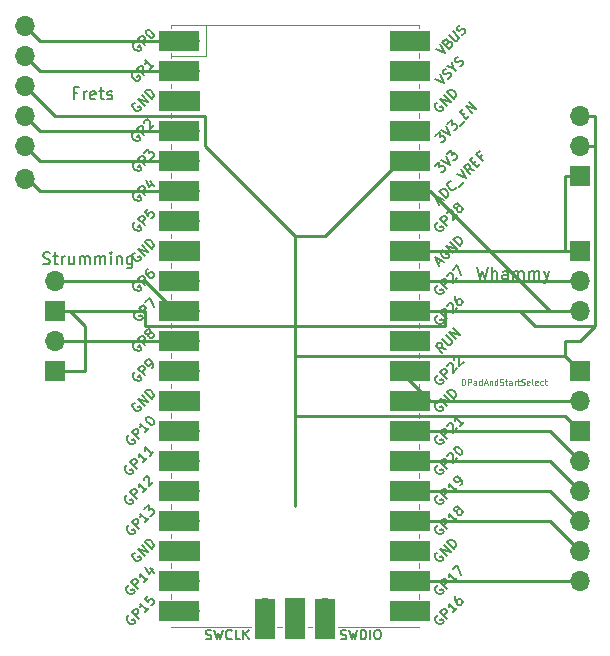
<source format=gbr>
%TF.GenerationSoftware,KiCad,Pcbnew,7.0.7*%
%TF.CreationDate,2023-08-16T19:35:14-07:00*%
%TF.ProjectId,testing,74657374-696e-4672-9e6b-696361645f70,rev?*%
%TF.SameCoordinates,Original*%
%TF.FileFunction,Paste,Bot*%
%TF.FilePolarity,Positive*%
%FSLAX46Y46*%
G04 Gerber Fmt 4.6, Leading zero omitted, Abs format (unit mm)*
G04 Created by KiCad (PCBNEW 7.0.7) date 2023-08-16 19:35:14*
%MOMM*%
%LPD*%
G01*
G04 APERTURE LIST*
%TA.AperFunction,ComponentPad*%
%ADD10R,1.700000X1.700000*%
%TD*%
%TA.AperFunction,ComponentPad*%
%ADD11O,1.700000X1.700000*%
%TD*%
%TA.AperFunction,SMDPad,CuDef*%
%ADD12R,3.500000X1.700000*%
%TD*%
%TA.AperFunction,SMDPad,CuDef*%
%ADD13R,1.700000X3.500000*%
%TD*%
%TA.AperFunction,Conductor*%
%ADD14C,0.250000*%
%TD*%
%ADD15C,0.125000*%
%ADD16C,0.150000*%
%ADD17C,0.120000*%
G04 APERTURE END LIST*
D10*
%TO.P,,13*%
%TO.N,N/C*%
X124460000Y-100330000D03*
%TD*%
D11*
%TO.P,,36*%
%TO.N,N/C*%
X168910000Y-86360000D03*
%TD*%
%TO.P,,31*%
%TO.N,N/C*%
X168910000Y-100330000D03*
%TD*%
D10*
%TO.P,,28*%
%TO.N,N/C*%
X168910000Y-110490000D03*
%TD*%
D11*
%TO.P,,1*%
%TO.N,N/C*%
X121920000Y-78740000D03*
%TD*%
%TO.P,,30*%
%TO.N,N/C*%
X168910000Y-113030000D03*
%TD*%
%TO.P,,9*%
%TO.N,N/C*%
X124460000Y-102870000D03*
%TD*%
%TO.P,,9*%
%TO.N,N/C*%
X124460000Y-97790000D03*
%TD*%
%TO.P,REF\u002A\u002A,1*%
%TO.N,N/C*%
X135890000Y-77470000D03*
D12*
X134990000Y-77470000D03*
D11*
%TO.P,REF\u002A\u002A,2*%
X135890000Y-80010000D03*
D12*
X134990000Y-80010000D03*
D10*
%TO.P,REF\u002A\u002A,3*%
X135890000Y-82550000D03*
D12*
X134990000Y-82550000D03*
D11*
%TO.P,REF\u002A\u002A,4*%
X135890000Y-85090000D03*
D12*
X134990000Y-85090000D03*
D11*
%TO.P,REF\u002A\u002A,5*%
X135890000Y-87630000D03*
D12*
X134990000Y-87630000D03*
D11*
%TO.P,REF\u002A\u002A,6*%
X135890000Y-90170000D03*
D12*
X134990000Y-90170000D03*
D11*
%TO.P,REF\u002A\u002A,7*%
X135890000Y-92710000D03*
D12*
X134990000Y-92710000D03*
D10*
%TO.P,REF\u002A\u002A,8*%
X135890000Y-95250000D03*
D12*
X134990000Y-95250000D03*
D11*
%TO.P,REF\u002A\u002A,9*%
X135890000Y-97790000D03*
D12*
X134990000Y-97790000D03*
D11*
%TO.P,REF\u002A\u002A,10*%
X135890000Y-100330000D03*
D12*
X134990000Y-100330000D03*
D11*
%TO.P,REF\u002A\u002A,11*%
X135890000Y-102870000D03*
D12*
X134990000Y-102870000D03*
D11*
%TO.P,REF\u002A\u002A,12*%
X135890000Y-105410000D03*
D12*
X134990000Y-105410000D03*
D10*
%TO.P,REF\u002A\u002A,13*%
X135890000Y-107950000D03*
D12*
X134990000Y-107950000D03*
D11*
%TO.P,REF\u002A\u002A,14*%
X135890000Y-110490000D03*
D12*
X134990000Y-110490000D03*
D11*
%TO.P,REF\u002A\u002A,15*%
X135890000Y-113030000D03*
D12*
X134990000Y-113030000D03*
D11*
%TO.P,REF\u002A\u002A,16*%
X135890000Y-115570000D03*
D12*
X134990000Y-115570000D03*
D11*
%TO.P,REF\u002A\u002A,17*%
X135890000Y-118110000D03*
D12*
X134990000Y-118110000D03*
D10*
%TO.P,REF\u002A\u002A,18*%
X135890000Y-120650000D03*
D12*
X134990000Y-120650000D03*
D11*
%TO.P,REF\u002A\u002A,19*%
X135890000Y-123190000D03*
D12*
X134990000Y-123190000D03*
D11*
%TO.P,REF\u002A\u002A,20*%
X135890000Y-125730000D03*
D12*
X134990000Y-125730000D03*
D11*
%TO.P,REF\u002A\u002A,21*%
X153670000Y-125730000D03*
D12*
X154570000Y-125730000D03*
D11*
%TO.P,REF\u002A\u002A,22*%
X153670000Y-123190000D03*
D12*
X154570000Y-123190000D03*
D10*
%TO.P,REF\u002A\u002A,23*%
X153670000Y-120650000D03*
D12*
X154570000Y-120650000D03*
D11*
%TO.P,REF\u002A\u002A,24*%
X153670000Y-118110000D03*
D12*
X154570000Y-118110000D03*
D11*
%TO.P,REF\u002A\u002A,25*%
X153670000Y-115570000D03*
D12*
X154570000Y-115570000D03*
D11*
%TO.P,REF\u002A\u002A,26*%
X153670000Y-113030000D03*
D12*
X154570000Y-113030000D03*
D11*
%TO.P,REF\u002A\u002A,27*%
X153670000Y-110490000D03*
D12*
X154570000Y-110490000D03*
D10*
%TO.P,REF\u002A\u002A,28*%
X153670000Y-107950000D03*
D12*
X154570000Y-107950000D03*
D11*
%TO.P,REF\u002A\u002A,29*%
X153670000Y-105410000D03*
D12*
X154570000Y-105410000D03*
D11*
%TO.P,REF\u002A\u002A,30*%
X153670000Y-102870000D03*
D12*
X154570000Y-102870000D03*
D11*
%TO.P,REF\u002A\u002A,31*%
X153670000Y-100330000D03*
D12*
X154570000Y-100330000D03*
D11*
%TO.P,REF\u002A\u002A,32*%
X153670000Y-97790000D03*
D12*
X154570000Y-97790000D03*
D10*
%TO.P,REF\u002A\u002A,33*%
X153670000Y-95250000D03*
D12*
X154570000Y-95250000D03*
D11*
%TO.P,REF\u002A\u002A,34*%
X153670000Y-92710000D03*
D12*
X154570000Y-92710000D03*
D11*
%TO.P,REF\u002A\u002A,35*%
X153670000Y-90170000D03*
D12*
X154570000Y-90170000D03*
D11*
%TO.P,REF\u002A\u002A,36*%
X153670000Y-87630000D03*
D12*
X154570000Y-87630000D03*
D11*
%TO.P,REF\u002A\u002A,37*%
X153670000Y-85090000D03*
D12*
X154570000Y-85090000D03*
D10*
%TO.P,REF\u002A\u002A,38*%
X153670000Y-82550000D03*
D12*
X154570000Y-82550000D03*
D11*
%TO.P,REF\u002A\u002A,39*%
X153670000Y-80010000D03*
D12*
X154570000Y-80010000D03*
D11*
%TO.P,REF\u002A\u002A,40*%
X153670000Y-77470000D03*
D12*
X154570000Y-77470000D03*
D11*
%TO.P,REF\u002A\u002A,41*%
X142240000Y-125500000D03*
D13*
X142240000Y-126400000D03*
D10*
%TO.P,REF\u002A\u002A,42*%
X144780000Y-125500000D03*
D13*
X144780000Y-126400000D03*
D11*
%TO.P,REF\u002A\u002A,43*%
X147320000Y-125500000D03*
D13*
X147320000Y-126400000D03*
%TD*%
D10*
%TO.P,,28*%
%TO.N,N/C*%
X168910000Y-105410000D03*
%TD*%
D11*
%TO.P,,1*%
%TO.N,N/C*%
X121920000Y-76200000D03*
%TD*%
%TO.P,,32*%
%TO.N,N/C*%
X168910000Y-97790000D03*
%TD*%
%TO.P,,30*%
%TO.N,N/C*%
X168910000Y-120650000D03*
%TD*%
%TO.P,,30*%
%TO.N,N/C*%
X168910000Y-107950000D03*
%TD*%
%TO.P,,30*%
%TO.N,N/C*%
X168953025Y-123208536D03*
%TD*%
D10*
%TO.P,,13*%
%TO.N,N/C*%
X124460000Y-105410000D03*
%TD*%
%TO.P,,28*%
%TO.N,N/C*%
X168910000Y-95250000D03*
%TD*%
D11*
%TO.P,,35*%
%TO.N,N/C*%
X168910000Y-83820000D03*
%TD*%
D10*
%TO.P,,33*%
%TO.N,N/C*%
X168910000Y-88900000D03*
%TD*%
D11*
%TO.P,,1*%
%TO.N,N/C*%
X121920000Y-81280000D03*
%TD*%
%TO.P,,30*%
%TO.N,N/C*%
X168910000Y-115570000D03*
%TD*%
%TO.P,,1*%
%TO.N,N/C*%
X121920000Y-83820000D03*
%TD*%
%TO.P,,1*%
%TO.N,N/C*%
X121920000Y-86360000D03*
%TD*%
%TO.P,,1*%
%TO.N,N/C*%
X121937378Y-89136238D03*
%TD*%
%TO.P,,30*%
%TO.N,N/C*%
X168910000Y-118110000D03*
%TD*%
D14*
%TO.N,*%
X144780000Y-100330000D02*
X144780000Y-101600000D01*
X170180000Y-83820000D02*
X170180000Y-101600000D01*
X157480000Y-100330000D02*
X168910000Y-100330000D01*
X166370000Y-110490000D02*
X168910000Y-113030000D01*
X123190000Y-87630000D02*
X121920000Y-86360000D01*
X167640000Y-109220000D02*
X144780000Y-109220000D01*
X147320000Y-93980000D02*
X144780000Y-93980000D01*
X137160000Y-83820000D02*
X124460000Y-83820000D01*
X134620000Y-100330000D02*
X132080000Y-97790000D01*
X123190000Y-77470000D02*
X121920000Y-76200000D01*
X153670000Y-95250000D02*
X167640000Y-95250000D01*
X153670000Y-113030000D02*
X166370000Y-113030000D01*
X167640000Y-104140000D02*
X168910000Y-105410000D01*
X123190000Y-90170000D02*
X121920000Y-88900000D01*
X153670000Y-105410000D02*
X156210000Y-107950000D01*
X168910000Y-110490000D02*
X167640000Y-109220000D01*
X153670000Y-110490000D02*
X166370000Y-110490000D01*
X144780000Y-93980000D02*
X144780000Y-100330000D01*
X167640000Y-102870000D02*
X167640000Y-104140000D01*
X135890000Y-87630000D02*
X123190000Y-87630000D01*
X153670000Y-123190000D02*
X168910000Y-123190000D01*
X135890000Y-90170000D02*
X123190000Y-90170000D01*
X135890000Y-80010000D02*
X123190000Y-80010000D01*
X153670000Y-118110000D02*
X166370000Y-118110000D01*
X168910000Y-102870000D02*
X167640000Y-102870000D01*
X128270000Y-100330000D02*
X124460000Y-100330000D01*
X135890000Y-85090000D02*
X123190000Y-85090000D01*
X167640000Y-95250000D02*
X168910000Y-95250000D01*
X123190000Y-85090000D02*
X121920000Y-83820000D01*
X144780000Y-101600000D02*
X157480000Y-101600000D01*
X144780000Y-104140000D02*
X167640000Y-104140000D01*
X170180000Y-101600000D02*
X168910000Y-102870000D01*
X132080000Y-97790000D02*
X124460000Y-97790000D01*
X166370000Y-118110000D02*
X168910000Y-120650000D01*
X135890000Y-77470000D02*
X123190000Y-77470000D01*
X168910000Y-83820000D02*
X170180000Y-83820000D01*
X144780000Y-101600000D02*
X144780000Y-104140000D01*
X132080000Y-101600000D02*
X132080000Y-100330000D01*
X144780000Y-93980000D02*
X137160000Y-86360000D01*
X144780000Y-104140000D02*
X144780000Y-109220000D01*
X167640000Y-88900000D02*
X168910000Y-88900000D01*
X153670000Y-115570000D02*
X166370000Y-115570000D01*
X135890000Y-102870000D02*
X124460000Y-102870000D01*
X124460000Y-83820000D02*
X121920000Y-81280000D01*
X167640000Y-95250000D02*
X167640000Y-88900000D01*
X153670000Y-97790000D02*
X168910000Y-97790000D01*
X156210000Y-107950000D02*
X168910000Y-107950000D01*
X123190000Y-80010000D02*
X121920000Y-78740000D01*
X166370000Y-113030000D02*
X168910000Y-115570000D01*
X144780000Y-109220000D02*
X144780000Y-116840000D01*
X153670000Y-87630000D02*
X147320000Y-93980000D01*
X135890000Y-100330000D02*
X134620000Y-100330000D01*
X137160000Y-86360000D02*
X137160000Y-83820000D01*
X157480000Y-101600000D02*
X157480000Y-100330000D01*
X166370000Y-115570000D02*
X168910000Y-118110000D01*
X144780000Y-101600000D02*
X132080000Y-101600000D01*
X132080000Y-100330000D02*
X128270000Y-100330000D01*
%TD*%
D10*
%TO.P,,13*%
%TO.N,N/C*%
X124460000Y-100330000D03*
%TD*%
D11*
%TO.P,,36*%
%TO.N,N/C*%
X168910000Y-86360000D03*
%TD*%
%TO.P,,31*%
%TO.N,N/C*%
X168910000Y-100330000D03*
%TD*%
D10*
%TO.P,,28*%
%TO.N,N/C*%
X168910000Y-110490000D03*
%TD*%
D11*
%TO.P,,1*%
%TO.N,N/C*%
X121920000Y-78740000D03*
%TD*%
%TO.P,,30*%
%TO.N,N/C*%
X168910000Y-113030000D03*
%TD*%
%TO.P,,9*%
%TO.N,N/C*%
X124460000Y-102870000D03*
%TD*%
%TO.P,,9*%
%TO.N,N/C*%
X124460000Y-97790000D03*
%TD*%
%TO.P,REF\u002A\u002A,1*%
%TO.N,N/C*%
X135890000Y-77470000D03*
%TO.P,REF\u002A\u002A,2*%
X135890000Y-80010000D03*
D10*
%TO.P,REF\u002A\u002A,3*%
X135890000Y-82550000D03*
D11*
%TO.P,REF\u002A\u002A,4*%
X135890000Y-85090000D03*
%TO.P,REF\u002A\u002A,5*%
X135890000Y-87630000D03*
%TO.P,REF\u002A\u002A,6*%
X135890000Y-90170000D03*
%TO.P,REF\u002A\u002A,7*%
X135890000Y-92710000D03*
D10*
%TO.P,REF\u002A\u002A,8*%
X135890000Y-95250000D03*
D11*
%TO.P,REF\u002A\u002A,9*%
X135890000Y-97790000D03*
%TO.P,REF\u002A\u002A,10*%
X135890000Y-100330000D03*
%TO.P,REF\u002A\u002A,11*%
X135890000Y-102870000D03*
%TO.P,REF\u002A\u002A,12*%
X135890000Y-105410000D03*
D10*
%TO.P,REF\u002A\u002A,13*%
X135890000Y-107950000D03*
D11*
%TO.P,REF\u002A\u002A,14*%
X135890000Y-110490000D03*
%TO.P,REF\u002A\u002A,15*%
X135890000Y-113030000D03*
%TO.P,REF\u002A\u002A,16*%
X135890000Y-115570000D03*
%TO.P,REF\u002A\u002A,17*%
X135890000Y-118110000D03*
D10*
%TO.P,REF\u002A\u002A,18*%
X135890000Y-120650000D03*
D11*
%TO.P,REF\u002A\u002A,19*%
X135890000Y-123190000D03*
%TO.P,REF\u002A\u002A,20*%
X135890000Y-125730000D03*
%TO.P,REF\u002A\u002A,21*%
X153670000Y-125730000D03*
%TO.P,REF\u002A\u002A,22*%
X153670000Y-123190000D03*
D10*
%TO.P,REF\u002A\u002A,23*%
X153670000Y-120650000D03*
D11*
%TO.P,REF\u002A\u002A,24*%
X153670000Y-118110000D03*
%TO.P,REF\u002A\u002A,25*%
X153670000Y-115570000D03*
%TO.P,REF\u002A\u002A,26*%
X153670000Y-113030000D03*
%TO.P,REF\u002A\u002A,27*%
X153670000Y-110490000D03*
D10*
%TO.P,REF\u002A\u002A,28*%
X153670000Y-107950000D03*
D11*
%TO.P,REF\u002A\u002A,29*%
X153670000Y-105410000D03*
%TO.P,REF\u002A\u002A,30*%
X153670000Y-102870000D03*
%TO.P,REF\u002A\u002A,31*%
X153670000Y-100330000D03*
%TO.P,REF\u002A\u002A,32*%
X153670000Y-97790000D03*
D10*
%TO.P,REF\u002A\u002A,33*%
X153670000Y-95250000D03*
D11*
%TO.P,REF\u002A\u002A,34*%
X153670000Y-92710000D03*
%TO.P,REF\u002A\u002A,35*%
X153670000Y-90170000D03*
%TO.P,REF\u002A\u002A,36*%
X153670000Y-87630000D03*
%TO.P,REF\u002A\u002A,37*%
X153670000Y-85090000D03*
D10*
%TO.P,REF\u002A\u002A,38*%
X153670000Y-82550000D03*
D11*
%TO.P,REF\u002A\u002A,39*%
X153670000Y-80010000D03*
%TO.P,REF\u002A\u002A,40*%
X153670000Y-77470000D03*
%TO.P,REF\u002A\u002A,41*%
X142240000Y-125500000D03*
D10*
%TO.P,REF\u002A\u002A,42*%
X144780000Y-125500000D03*
D11*
%TO.P,REF\u002A\u002A,43*%
X147320000Y-125500000D03*
%TD*%
D10*
%TO.P,,28*%
%TO.N,N/C*%
X168910000Y-105410000D03*
%TD*%
D11*
%TO.P,,1*%
%TO.N,N/C*%
X121920000Y-76200000D03*
%TD*%
%TO.P,,32*%
%TO.N,N/C*%
X168910000Y-97790000D03*
%TD*%
%TO.P,,30*%
%TO.N,N/C*%
X168910000Y-120650000D03*
%TD*%
%TO.P,,30*%
%TO.N,N/C*%
X168910000Y-107950000D03*
%TD*%
%TO.P,,30*%
%TO.N,N/C*%
X168953025Y-123208536D03*
%TD*%
D10*
%TO.P,,13*%
%TO.N,N/C*%
X124460000Y-105410000D03*
%TD*%
%TO.P,,28*%
%TO.N,N/C*%
X168910000Y-95250000D03*
%TD*%
D11*
%TO.P,,35*%
%TO.N,N/C*%
X168910000Y-83820000D03*
%TD*%
D10*
%TO.P,,33*%
%TO.N,N/C*%
X168910000Y-88900000D03*
%TD*%
D11*
%TO.P,,1*%
%TO.N,N/C*%
X121920000Y-81280000D03*
%TD*%
%TO.P,,30*%
%TO.N,N/C*%
X168910000Y-115570000D03*
%TD*%
%TO.P,,1*%
%TO.N,N/C*%
X121920000Y-83820000D03*
%TD*%
%TO.P,,1*%
%TO.N,N/C*%
X121920000Y-86360000D03*
%TD*%
%TO.P,,1*%
%TO.N,N/C*%
X121937378Y-89136238D03*
%TD*%
%TO.P,,30*%
%TO.N,N/C*%
X168910000Y-118110000D03*
%TD*%
D14*
%TO.N,*%
X170180000Y-86360000D02*
X168910000Y-86360000D01*
X125730000Y-100330000D02*
X127000000Y-101600000D01*
X127000000Y-101600000D02*
X127000000Y-105410000D01*
X127000000Y-105410000D02*
X124460000Y-105410000D01*
X153670000Y-90170000D02*
X156210000Y-90170000D01*
X170180000Y-101600000D02*
X170180000Y-86360000D01*
X166370000Y-100330000D02*
X168910000Y-100330000D01*
X153670000Y-100330000D02*
X163830000Y-100330000D01*
X156210000Y-90170000D02*
X166370000Y-100330000D01*
X165100000Y-101600000D02*
X170180000Y-101600000D01*
X124460000Y-100330000D02*
X125730000Y-100330000D01*
X163830000Y-100330000D02*
X165100000Y-101600000D01*
%TD*%
D15*
X158951283Y-106612309D02*
X158951283Y-106112309D01*
X158951283Y-106112309D02*
X159070331Y-106112309D01*
X159070331Y-106112309D02*
X159141759Y-106136119D01*
X159141759Y-106136119D02*
X159189378Y-106183738D01*
X159189378Y-106183738D02*
X159213188Y-106231357D01*
X159213188Y-106231357D02*
X159236997Y-106326595D01*
X159236997Y-106326595D02*
X159236997Y-106398023D01*
X159236997Y-106398023D02*
X159213188Y-106493261D01*
X159213188Y-106493261D02*
X159189378Y-106540880D01*
X159189378Y-106540880D02*
X159141759Y-106588500D01*
X159141759Y-106588500D02*
X159070331Y-106612309D01*
X159070331Y-106612309D02*
X158951283Y-106612309D01*
X159451283Y-106612309D02*
X159451283Y-106112309D01*
X159451283Y-106112309D02*
X159641759Y-106112309D01*
X159641759Y-106112309D02*
X159689378Y-106136119D01*
X159689378Y-106136119D02*
X159713188Y-106159928D01*
X159713188Y-106159928D02*
X159736997Y-106207547D01*
X159736997Y-106207547D02*
X159736997Y-106278976D01*
X159736997Y-106278976D02*
X159713188Y-106326595D01*
X159713188Y-106326595D02*
X159689378Y-106350404D01*
X159689378Y-106350404D02*
X159641759Y-106374214D01*
X159641759Y-106374214D02*
X159451283Y-106374214D01*
X160165569Y-106612309D02*
X160165569Y-106350404D01*
X160165569Y-106350404D02*
X160141759Y-106302785D01*
X160141759Y-106302785D02*
X160094140Y-106278976D01*
X160094140Y-106278976D02*
X159998902Y-106278976D01*
X159998902Y-106278976D02*
X159951283Y-106302785D01*
X160165569Y-106588500D02*
X160117950Y-106612309D01*
X160117950Y-106612309D02*
X159998902Y-106612309D01*
X159998902Y-106612309D02*
X159951283Y-106588500D01*
X159951283Y-106588500D02*
X159927474Y-106540880D01*
X159927474Y-106540880D02*
X159927474Y-106493261D01*
X159927474Y-106493261D02*
X159951283Y-106445642D01*
X159951283Y-106445642D02*
X159998902Y-106421833D01*
X159998902Y-106421833D02*
X160117950Y-106421833D01*
X160117950Y-106421833D02*
X160165569Y-106398023D01*
X160617950Y-106612309D02*
X160617950Y-106112309D01*
X160617950Y-106588500D02*
X160570331Y-106612309D01*
X160570331Y-106612309D02*
X160475093Y-106612309D01*
X160475093Y-106612309D02*
X160427474Y-106588500D01*
X160427474Y-106588500D02*
X160403664Y-106564690D01*
X160403664Y-106564690D02*
X160379855Y-106517071D01*
X160379855Y-106517071D02*
X160379855Y-106374214D01*
X160379855Y-106374214D02*
X160403664Y-106326595D01*
X160403664Y-106326595D02*
X160427474Y-106302785D01*
X160427474Y-106302785D02*
X160475093Y-106278976D01*
X160475093Y-106278976D02*
X160570331Y-106278976D01*
X160570331Y-106278976D02*
X160617950Y-106302785D01*
X160832236Y-106469452D02*
X161070331Y-106469452D01*
X160784617Y-106612309D02*
X160951283Y-106112309D01*
X160951283Y-106112309D02*
X161117950Y-106612309D01*
X161284616Y-106278976D02*
X161284616Y-106612309D01*
X161284616Y-106326595D02*
X161308426Y-106302785D01*
X161308426Y-106302785D02*
X161356045Y-106278976D01*
X161356045Y-106278976D02*
X161427473Y-106278976D01*
X161427473Y-106278976D02*
X161475092Y-106302785D01*
X161475092Y-106302785D02*
X161498902Y-106350404D01*
X161498902Y-106350404D02*
X161498902Y-106612309D01*
X161951283Y-106612309D02*
X161951283Y-106112309D01*
X161951283Y-106588500D02*
X161903664Y-106612309D01*
X161903664Y-106612309D02*
X161808426Y-106612309D01*
X161808426Y-106612309D02*
X161760807Y-106588500D01*
X161760807Y-106588500D02*
X161736997Y-106564690D01*
X161736997Y-106564690D02*
X161713188Y-106517071D01*
X161713188Y-106517071D02*
X161713188Y-106374214D01*
X161713188Y-106374214D02*
X161736997Y-106326595D01*
X161736997Y-106326595D02*
X161760807Y-106302785D01*
X161760807Y-106302785D02*
X161808426Y-106278976D01*
X161808426Y-106278976D02*
X161903664Y-106278976D01*
X161903664Y-106278976D02*
X161951283Y-106302785D01*
X162165569Y-106588500D02*
X162236997Y-106612309D01*
X162236997Y-106612309D02*
X162356045Y-106612309D01*
X162356045Y-106612309D02*
X162403664Y-106588500D01*
X162403664Y-106588500D02*
X162427473Y-106564690D01*
X162427473Y-106564690D02*
X162451283Y-106517071D01*
X162451283Y-106517071D02*
X162451283Y-106469452D01*
X162451283Y-106469452D02*
X162427473Y-106421833D01*
X162427473Y-106421833D02*
X162403664Y-106398023D01*
X162403664Y-106398023D02*
X162356045Y-106374214D01*
X162356045Y-106374214D02*
X162260807Y-106350404D01*
X162260807Y-106350404D02*
X162213188Y-106326595D01*
X162213188Y-106326595D02*
X162189378Y-106302785D01*
X162189378Y-106302785D02*
X162165569Y-106255166D01*
X162165569Y-106255166D02*
X162165569Y-106207547D01*
X162165569Y-106207547D02*
X162189378Y-106159928D01*
X162189378Y-106159928D02*
X162213188Y-106136119D01*
X162213188Y-106136119D02*
X162260807Y-106112309D01*
X162260807Y-106112309D02*
X162379854Y-106112309D01*
X162379854Y-106112309D02*
X162451283Y-106136119D01*
X162594140Y-106278976D02*
X162784616Y-106278976D01*
X162665568Y-106112309D02*
X162665568Y-106540880D01*
X162665568Y-106540880D02*
X162689378Y-106588500D01*
X162689378Y-106588500D02*
X162736997Y-106612309D01*
X162736997Y-106612309D02*
X162784616Y-106612309D01*
X163165568Y-106612309D02*
X163165568Y-106350404D01*
X163165568Y-106350404D02*
X163141758Y-106302785D01*
X163141758Y-106302785D02*
X163094139Y-106278976D01*
X163094139Y-106278976D02*
X162998901Y-106278976D01*
X162998901Y-106278976D02*
X162951282Y-106302785D01*
X163165568Y-106588500D02*
X163117949Y-106612309D01*
X163117949Y-106612309D02*
X162998901Y-106612309D01*
X162998901Y-106612309D02*
X162951282Y-106588500D01*
X162951282Y-106588500D02*
X162927473Y-106540880D01*
X162927473Y-106540880D02*
X162927473Y-106493261D01*
X162927473Y-106493261D02*
X162951282Y-106445642D01*
X162951282Y-106445642D02*
X162998901Y-106421833D01*
X162998901Y-106421833D02*
X163117949Y-106421833D01*
X163117949Y-106421833D02*
X163165568Y-106398023D01*
X163403663Y-106612309D02*
X163403663Y-106278976D01*
X163403663Y-106374214D02*
X163427473Y-106326595D01*
X163427473Y-106326595D02*
X163451282Y-106302785D01*
X163451282Y-106302785D02*
X163498901Y-106278976D01*
X163498901Y-106278976D02*
X163546520Y-106278976D01*
X163641759Y-106278976D02*
X163832235Y-106278976D01*
X163713187Y-106112309D02*
X163713187Y-106540880D01*
X163713187Y-106540880D02*
X163736997Y-106588500D01*
X163736997Y-106588500D02*
X163784616Y-106612309D01*
X163784616Y-106612309D02*
X163832235Y-106612309D01*
X163975092Y-106588500D02*
X164046520Y-106612309D01*
X164046520Y-106612309D02*
X164165568Y-106612309D01*
X164165568Y-106612309D02*
X164213187Y-106588500D01*
X164213187Y-106588500D02*
X164236996Y-106564690D01*
X164236996Y-106564690D02*
X164260806Y-106517071D01*
X164260806Y-106517071D02*
X164260806Y-106469452D01*
X164260806Y-106469452D02*
X164236996Y-106421833D01*
X164236996Y-106421833D02*
X164213187Y-106398023D01*
X164213187Y-106398023D02*
X164165568Y-106374214D01*
X164165568Y-106374214D02*
X164070330Y-106350404D01*
X164070330Y-106350404D02*
X164022711Y-106326595D01*
X164022711Y-106326595D02*
X163998901Y-106302785D01*
X163998901Y-106302785D02*
X163975092Y-106255166D01*
X163975092Y-106255166D02*
X163975092Y-106207547D01*
X163975092Y-106207547D02*
X163998901Y-106159928D01*
X163998901Y-106159928D02*
X164022711Y-106136119D01*
X164022711Y-106136119D02*
X164070330Y-106112309D01*
X164070330Y-106112309D02*
X164189377Y-106112309D01*
X164189377Y-106112309D02*
X164260806Y-106136119D01*
X164665567Y-106588500D02*
X164617948Y-106612309D01*
X164617948Y-106612309D02*
X164522710Y-106612309D01*
X164522710Y-106612309D02*
X164475091Y-106588500D01*
X164475091Y-106588500D02*
X164451282Y-106540880D01*
X164451282Y-106540880D02*
X164451282Y-106350404D01*
X164451282Y-106350404D02*
X164475091Y-106302785D01*
X164475091Y-106302785D02*
X164522710Y-106278976D01*
X164522710Y-106278976D02*
X164617948Y-106278976D01*
X164617948Y-106278976D02*
X164665567Y-106302785D01*
X164665567Y-106302785D02*
X164689377Y-106350404D01*
X164689377Y-106350404D02*
X164689377Y-106398023D01*
X164689377Y-106398023D02*
X164451282Y-106445642D01*
X164975091Y-106612309D02*
X164927472Y-106588500D01*
X164927472Y-106588500D02*
X164903662Y-106540880D01*
X164903662Y-106540880D02*
X164903662Y-106112309D01*
X165356043Y-106588500D02*
X165308424Y-106612309D01*
X165308424Y-106612309D02*
X165213186Y-106612309D01*
X165213186Y-106612309D02*
X165165567Y-106588500D01*
X165165567Y-106588500D02*
X165141758Y-106540880D01*
X165141758Y-106540880D02*
X165141758Y-106350404D01*
X165141758Y-106350404D02*
X165165567Y-106302785D01*
X165165567Y-106302785D02*
X165213186Y-106278976D01*
X165213186Y-106278976D02*
X165308424Y-106278976D01*
X165308424Y-106278976D02*
X165356043Y-106302785D01*
X165356043Y-106302785D02*
X165379853Y-106350404D01*
X165379853Y-106350404D02*
X165379853Y-106398023D01*
X165379853Y-106398023D02*
X165141758Y-106445642D01*
X165808424Y-106588500D02*
X165760805Y-106612309D01*
X165760805Y-106612309D02*
X165665567Y-106612309D01*
X165665567Y-106612309D02*
X165617948Y-106588500D01*
X165617948Y-106588500D02*
X165594138Y-106564690D01*
X165594138Y-106564690D02*
X165570329Y-106517071D01*
X165570329Y-106517071D02*
X165570329Y-106374214D01*
X165570329Y-106374214D02*
X165594138Y-106326595D01*
X165594138Y-106326595D02*
X165617948Y-106302785D01*
X165617948Y-106302785D02*
X165665567Y-106278976D01*
X165665567Y-106278976D02*
X165760805Y-106278976D01*
X165760805Y-106278976D02*
X165808424Y-106302785D01*
X165951281Y-106278976D02*
X166141757Y-106278976D01*
X166022709Y-106112309D02*
X166022709Y-106540880D01*
X166022709Y-106540880D02*
X166046519Y-106588500D01*
X166046519Y-106588500D02*
X166094138Y-106612309D01*
X166094138Y-106612309D02*
X166141757Y-106612309D01*
D16*
X160261541Y-96659819D02*
X160499636Y-97659819D01*
X160499636Y-97659819D02*
X160690112Y-96945533D01*
X160690112Y-96945533D02*
X160880588Y-97659819D01*
X160880588Y-97659819D02*
X161118684Y-96659819D01*
X161499636Y-97659819D02*
X161499636Y-96659819D01*
X161928207Y-97659819D02*
X161928207Y-97136009D01*
X161928207Y-97136009D02*
X161880588Y-97040771D01*
X161880588Y-97040771D02*
X161785350Y-96993152D01*
X161785350Y-96993152D02*
X161642493Y-96993152D01*
X161642493Y-96993152D02*
X161547255Y-97040771D01*
X161547255Y-97040771D02*
X161499636Y-97088390D01*
X162832969Y-97659819D02*
X162832969Y-97136009D01*
X162832969Y-97136009D02*
X162785350Y-97040771D01*
X162785350Y-97040771D02*
X162690112Y-96993152D01*
X162690112Y-96993152D02*
X162499636Y-96993152D01*
X162499636Y-96993152D02*
X162404398Y-97040771D01*
X162832969Y-97612200D02*
X162737731Y-97659819D01*
X162737731Y-97659819D02*
X162499636Y-97659819D01*
X162499636Y-97659819D02*
X162404398Y-97612200D01*
X162404398Y-97612200D02*
X162356779Y-97516961D01*
X162356779Y-97516961D02*
X162356779Y-97421723D01*
X162356779Y-97421723D02*
X162404398Y-97326485D01*
X162404398Y-97326485D02*
X162499636Y-97278866D01*
X162499636Y-97278866D02*
X162737731Y-97278866D01*
X162737731Y-97278866D02*
X162832969Y-97231247D01*
X163309160Y-97659819D02*
X163309160Y-96993152D01*
X163309160Y-97088390D02*
X163356779Y-97040771D01*
X163356779Y-97040771D02*
X163452017Y-96993152D01*
X163452017Y-96993152D02*
X163594874Y-96993152D01*
X163594874Y-96993152D02*
X163690112Y-97040771D01*
X163690112Y-97040771D02*
X163737731Y-97136009D01*
X163737731Y-97136009D02*
X163737731Y-97659819D01*
X163737731Y-97136009D02*
X163785350Y-97040771D01*
X163785350Y-97040771D02*
X163880588Y-96993152D01*
X163880588Y-96993152D02*
X164023445Y-96993152D01*
X164023445Y-96993152D02*
X164118684Y-97040771D01*
X164118684Y-97040771D02*
X164166303Y-97136009D01*
X164166303Y-97136009D02*
X164166303Y-97659819D01*
X164642493Y-97659819D02*
X164642493Y-96993152D01*
X164642493Y-97088390D02*
X164690112Y-97040771D01*
X164690112Y-97040771D02*
X164785350Y-96993152D01*
X164785350Y-96993152D02*
X164928207Y-96993152D01*
X164928207Y-96993152D02*
X165023445Y-97040771D01*
X165023445Y-97040771D02*
X165071064Y-97136009D01*
X165071064Y-97136009D02*
X165071064Y-97659819D01*
X165071064Y-97136009D02*
X165118683Y-97040771D01*
X165118683Y-97040771D02*
X165213921Y-96993152D01*
X165213921Y-96993152D02*
X165356778Y-96993152D01*
X165356778Y-96993152D02*
X165452017Y-97040771D01*
X165452017Y-97040771D02*
X165499636Y-97136009D01*
X165499636Y-97136009D02*
X165499636Y-97659819D01*
X165880588Y-96993152D02*
X166118683Y-97659819D01*
X166356778Y-96993152D02*
X166118683Y-97659819D01*
X166118683Y-97659819D02*
X166023445Y-97897914D01*
X166023445Y-97897914D02*
X165975826Y-97945533D01*
X165975826Y-97945533D02*
X165880588Y-97993152D01*
X126400112Y-81896009D02*
X126066779Y-81896009D01*
X126066779Y-82419819D02*
X126066779Y-81419819D01*
X126066779Y-81419819D02*
X126542969Y-81419819D01*
X126923922Y-82419819D02*
X126923922Y-81753152D01*
X126923922Y-81943628D02*
X126971541Y-81848390D01*
X126971541Y-81848390D02*
X127019160Y-81800771D01*
X127019160Y-81800771D02*
X127114398Y-81753152D01*
X127114398Y-81753152D02*
X127209636Y-81753152D01*
X127923922Y-82372200D02*
X127828684Y-82419819D01*
X127828684Y-82419819D02*
X127638208Y-82419819D01*
X127638208Y-82419819D02*
X127542970Y-82372200D01*
X127542970Y-82372200D02*
X127495351Y-82276961D01*
X127495351Y-82276961D02*
X127495351Y-81896009D01*
X127495351Y-81896009D02*
X127542970Y-81800771D01*
X127542970Y-81800771D02*
X127638208Y-81753152D01*
X127638208Y-81753152D02*
X127828684Y-81753152D01*
X127828684Y-81753152D02*
X127923922Y-81800771D01*
X127923922Y-81800771D02*
X127971541Y-81896009D01*
X127971541Y-81896009D02*
X127971541Y-81991247D01*
X127971541Y-81991247D02*
X127495351Y-82086485D01*
X128257256Y-81753152D02*
X128638208Y-81753152D01*
X128400113Y-81419819D02*
X128400113Y-82276961D01*
X128400113Y-82276961D02*
X128447732Y-82372200D01*
X128447732Y-82372200D02*
X128542970Y-82419819D01*
X128542970Y-82419819D02*
X128638208Y-82419819D01*
X128923923Y-82372200D02*
X129019161Y-82419819D01*
X129019161Y-82419819D02*
X129209637Y-82419819D01*
X129209637Y-82419819D02*
X129304875Y-82372200D01*
X129304875Y-82372200D02*
X129352494Y-82276961D01*
X129352494Y-82276961D02*
X129352494Y-82229342D01*
X129352494Y-82229342D02*
X129304875Y-82134104D01*
X129304875Y-82134104D02*
X129209637Y-82086485D01*
X129209637Y-82086485D02*
X129066780Y-82086485D01*
X129066780Y-82086485D02*
X128971542Y-82038866D01*
X128971542Y-82038866D02*
X128923923Y-81943628D01*
X128923923Y-81943628D02*
X128923923Y-81896009D01*
X128923923Y-81896009D02*
X128971542Y-81800771D01*
X128971542Y-81800771D02*
X129066780Y-81753152D01*
X129066780Y-81753152D02*
X129209637Y-81753152D01*
X129209637Y-81753152D02*
X129304875Y-81800771D01*
X123479160Y-96342200D02*
X123622017Y-96389819D01*
X123622017Y-96389819D02*
X123860112Y-96389819D01*
X123860112Y-96389819D02*
X123955350Y-96342200D01*
X123955350Y-96342200D02*
X124002969Y-96294580D01*
X124002969Y-96294580D02*
X124050588Y-96199342D01*
X124050588Y-96199342D02*
X124050588Y-96104104D01*
X124050588Y-96104104D02*
X124002969Y-96008866D01*
X124002969Y-96008866D02*
X123955350Y-95961247D01*
X123955350Y-95961247D02*
X123860112Y-95913628D01*
X123860112Y-95913628D02*
X123669636Y-95866009D01*
X123669636Y-95866009D02*
X123574398Y-95818390D01*
X123574398Y-95818390D02*
X123526779Y-95770771D01*
X123526779Y-95770771D02*
X123479160Y-95675533D01*
X123479160Y-95675533D02*
X123479160Y-95580295D01*
X123479160Y-95580295D02*
X123526779Y-95485057D01*
X123526779Y-95485057D02*
X123574398Y-95437438D01*
X123574398Y-95437438D02*
X123669636Y-95389819D01*
X123669636Y-95389819D02*
X123907731Y-95389819D01*
X123907731Y-95389819D02*
X124050588Y-95437438D01*
X124336303Y-95723152D02*
X124717255Y-95723152D01*
X124479160Y-95389819D02*
X124479160Y-96246961D01*
X124479160Y-96246961D02*
X124526779Y-96342200D01*
X124526779Y-96342200D02*
X124622017Y-96389819D01*
X124622017Y-96389819D02*
X124717255Y-96389819D01*
X125050589Y-96389819D02*
X125050589Y-95723152D01*
X125050589Y-95913628D02*
X125098208Y-95818390D01*
X125098208Y-95818390D02*
X125145827Y-95770771D01*
X125145827Y-95770771D02*
X125241065Y-95723152D01*
X125241065Y-95723152D02*
X125336303Y-95723152D01*
X126098208Y-95723152D02*
X126098208Y-96389819D01*
X125669637Y-95723152D02*
X125669637Y-96246961D01*
X125669637Y-96246961D02*
X125717256Y-96342200D01*
X125717256Y-96342200D02*
X125812494Y-96389819D01*
X125812494Y-96389819D02*
X125955351Y-96389819D01*
X125955351Y-96389819D02*
X126050589Y-96342200D01*
X126050589Y-96342200D02*
X126098208Y-96294580D01*
X126574399Y-96389819D02*
X126574399Y-95723152D01*
X126574399Y-95818390D02*
X126622018Y-95770771D01*
X126622018Y-95770771D02*
X126717256Y-95723152D01*
X126717256Y-95723152D02*
X126860113Y-95723152D01*
X126860113Y-95723152D02*
X126955351Y-95770771D01*
X126955351Y-95770771D02*
X127002970Y-95866009D01*
X127002970Y-95866009D02*
X127002970Y-96389819D01*
X127002970Y-95866009D02*
X127050589Y-95770771D01*
X127050589Y-95770771D02*
X127145827Y-95723152D01*
X127145827Y-95723152D02*
X127288684Y-95723152D01*
X127288684Y-95723152D02*
X127383923Y-95770771D01*
X127383923Y-95770771D02*
X127431542Y-95866009D01*
X127431542Y-95866009D02*
X127431542Y-96389819D01*
X127907732Y-96389819D02*
X127907732Y-95723152D01*
X127907732Y-95818390D02*
X127955351Y-95770771D01*
X127955351Y-95770771D02*
X128050589Y-95723152D01*
X128050589Y-95723152D02*
X128193446Y-95723152D01*
X128193446Y-95723152D02*
X128288684Y-95770771D01*
X128288684Y-95770771D02*
X128336303Y-95866009D01*
X128336303Y-95866009D02*
X128336303Y-96389819D01*
X128336303Y-95866009D02*
X128383922Y-95770771D01*
X128383922Y-95770771D02*
X128479160Y-95723152D01*
X128479160Y-95723152D02*
X128622017Y-95723152D01*
X128622017Y-95723152D02*
X128717256Y-95770771D01*
X128717256Y-95770771D02*
X128764875Y-95866009D01*
X128764875Y-95866009D02*
X128764875Y-96389819D01*
X129241065Y-96389819D02*
X129241065Y-95723152D01*
X129241065Y-95389819D02*
X129193446Y-95437438D01*
X129193446Y-95437438D02*
X129241065Y-95485057D01*
X129241065Y-95485057D02*
X129288684Y-95437438D01*
X129288684Y-95437438D02*
X129241065Y-95389819D01*
X129241065Y-95389819D02*
X129241065Y-95485057D01*
X129717255Y-95723152D02*
X129717255Y-96389819D01*
X129717255Y-95818390D02*
X129764874Y-95770771D01*
X129764874Y-95770771D02*
X129860112Y-95723152D01*
X129860112Y-95723152D02*
X130002969Y-95723152D01*
X130002969Y-95723152D02*
X130098207Y-95770771D01*
X130098207Y-95770771D02*
X130145826Y-95866009D01*
X130145826Y-95866009D02*
X130145826Y-96389819D01*
X131050588Y-95723152D02*
X131050588Y-96532676D01*
X131050588Y-96532676D02*
X131002969Y-96627914D01*
X131002969Y-96627914D02*
X130955350Y-96675533D01*
X130955350Y-96675533D02*
X130860112Y-96723152D01*
X130860112Y-96723152D02*
X130717255Y-96723152D01*
X130717255Y-96723152D02*
X130622017Y-96675533D01*
X131050588Y-96342200D02*
X130955350Y-96389819D01*
X130955350Y-96389819D02*
X130764874Y-96389819D01*
X130764874Y-96389819D02*
X130669636Y-96342200D01*
X130669636Y-96342200D02*
X130622017Y-96294580D01*
X130622017Y-96294580D02*
X130574398Y-96199342D01*
X130574398Y-96199342D02*
X130574398Y-95913628D01*
X130574398Y-95913628D02*
X130622017Y-95818390D01*
X130622017Y-95818390D02*
X130669636Y-95770771D01*
X130669636Y-95770771D02*
X130764874Y-95723152D01*
X130764874Y-95723152D02*
X130955350Y-95723152D01*
X130955350Y-95723152D02*
X131050588Y-95770771D01*
X131266435Y-120798431D02*
X131185623Y-120825368D01*
X131185623Y-120825368D02*
X131104811Y-120906180D01*
X131104811Y-120906180D02*
X131050936Y-121013930D01*
X131050936Y-121013930D02*
X131050936Y-121121680D01*
X131050936Y-121121680D02*
X131077873Y-121202492D01*
X131077873Y-121202492D02*
X131158685Y-121337179D01*
X131158685Y-121337179D02*
X131239498Y-121417991D01*
X131239498Y-121417991D02*
X131374185Y-121498803D01*
X131374185Y-121498803D02*
X131454997Y-121525741D01*
X131454997Y-121525741D02*
X131562746Y-121525741D01*
X131562746Y-121525741D02*
X131670496Y-121471866D01*
X131670496Y-121471866D02*
X131724371Y-121417991D01*
X131724371Y-121417991D02*
X131778246Y-121310241D01*
X131778246Y-121310241D02*
X131778246Y-121256367D01*
X131778246Y-121256367D02*
X131589684Y-121067805D01*
X131589684Y-121067805D02*
X131481934Y-121175554D01*
X132074557Y-121067805D02*
X131508872Y-120502119D01*
X131508872Y-120502119D02*
X132397806Y-120744556D01*
X132397806Y-120744556D02*
X131832120Y-120178871D01*
X132667180Y-120475182D02*
X132101494Y-119909497D01*
X132101494Y-119909497D02*
X132236181Y-119774810D01*
X132236181Y-119774810D02*
X132343931Y-119720935D01*
X132343931Y-119720935D02*
X132451680Y-119720935D01*
X132451680Y-119720935D02*
X132532493Y-119747872D01*
X132532493Y-119747872D02*
X132667180Y-119828685D01*
X132667180Y-119828685D02*
X132747992Y-119909497D01*
X132747992Y-119909497D02*
X132828804Y-120044184D01*
X132828804Y-120044184D02*
X132855741Y-120124996D01*
X132855741Y-120124996D02*
X132855741Y-120232746D01*
X132855741Y-120232746D02*
X132801867Y-120340495D01*
X132801867Y-120340495D02*
X132667180Y-120475182D01*
X156702407Y-85558584D02*
X157052593Y-85208398D01*
X157052593Y-85208398D02*
X157079531Y-85612459D01*
X157079531Y-85612459D02*
X157160343Y-85531646D01*
X157160343Y-85531646D02*
X157241155Y-85504709D01*
X157241155Y-85504709D02*
X157295030Y-85504709D01*
X157295030Y-85504709D02*
X157375842Y-85531646D01*
X157375842Y-85531646D02*
X157510529Y-85666333D01*
X157510529Y-85666333D02*
X157537467Y-85747146D01*
X157537467Y-85747146D02*
X157537467Y-85801020D01*
X157537467Y-85801020D02*
X157510529Y-85881833D01*
X157510529Y-85881833D02*
X157348905Y-86043457D01*
X157348905Y-86043457D02*
X157268093Y-86070394D01*
X157268093Y-86070394D02*
X157214218Y-86070394D01*
X157214218Y-85046773D02*
X157968465Y-85423897D01*
X157968465Y-85423897D02*
X157591342Y-84669649D01*
X157726028Y-84534963D02*
X158076215Y-84184776D01*
X158076215Y-84184776D02*
X158103152Y-84588837D01*
X158103152Y-84588837D02*
X158183964Y-84508025D01*
X158183964Y-84508025D02*
X158264776Y-84481088D01*
X158264776Y-84481088D02*
X158318651Y-84481088D01*
X158318651Y-84481088D02*
X158399464Y-84508025D01*
X158399464Y-84508025D02*
X158534151Y-84642712D01*
X158534151Y-84642712D02*
X158561088Y-84723524D01*
X158561088Y-84723524D02*
X158561088Y-84777399D01*
X158561088Y-84777399D02*
X158534151Y-84858211D01*
X158534151Y-84858211D02*
X158372526Y-85019836D01*
X158372526Y-85019836D02*
X158291714Y-85046773D01*
X158291714Y-85046773D02*
X158237839Y-85046773D01*
X158803525Y-84696587D02*
X159234523Y-84265588D01*
X159019024Y-83780715D02*
X159207586Y-83592153D01*
X159584709Y-83807652D02*
X159315335Y-84077026D01*
X159315335Y-84077026D02*
X158749650Y-83511341D01*
X158749650Y-83511341D02*
X159019024Y-83241967D01*
X159827146Y-83565215D02*
X159261461Y-82999530D01*
X159261461Y-82999530D02*
X160150395Y-83241967D01*
X160150395Y-83241967D02*
X159584710Y-82676281D01*
X137270475Y-128124200D02*
X137384761Y-128162295D01*
X137384761Y-128162295D02*
X137575237Y-128162295D01*
X137575237Y-128162295D02*
X137651428Y-128124200D01*
X137651428Y-128124200D02*
X137689523Y-128086104D01*
X137689523Y-128086104D02*
X137727618Y-128009914D01*
X137727618Y-128009914D02*
X137727618Y-127933723D01*
X137727618Y-127933723D02*
X137689523Y-127857533D01*
X137689523Y-127857533D02*
X137651428Y-127819438D01*
X137651428Y-127819438D02*
X137575237Y-127781342D01*
X137575237Y-127781342D02*
X137422856Y-127743247D01*
X137422856Y-127743247D02*
X137346666Y-127705152D01*
X137346666Y-127705152D02*
X137308571Y-127667057D01*
X137308571Y-127667057D02*
X137270475Y-127590866D01*
X137270475Y-127590866D02*
X137270475Y-127514676D01*
X137270475Y-127514676D02*
X137308571Y-127438485D01*
X137308571Y-127438485D02*
X137346666Y-127400390D01*
X137346666Y-127400390D02*
X137422856Y-127362295D01*
X137422856Y-127362295D02*
X137613333Y-127362295D01*
X137613333Y-127362295D02*
X137727618Y-127400390D01*
X137994285Y-127362295D02*
X138184761Y-128162295D01*
X138184761Y-128162295D02*
X138337142Y-127590866D01*
X138337142Y-127590866D02*
X138489523Y-128162295D01*
X138489523Y-128162295D02*
X138680000Y-127362295D01*
X139441905Y-128086104D02*
X139403809Y-128124200D01*
X139403809Y-128124200D02*
X139289524Y-128162295D01*
X139289524Y-128162295D02*
X139213333Y-128162295D01*
X139213333Y-128162295D02*
X139099047Y-128124200D01*
X139099047Y-128124200D02*
X139022857Y-128048009D01*
X139022857Y-128048009D02*
X138984762Y-127971819D01*
X138984762Y-127971819D02*
X138946666Y-127819438D01*
X138946666Y-127819438D02*
X138946666Y-127705152D01*
X138946666Y-127705152D02*
X138984762Y-127552771D01*
X138984762Y-127552771D02*
X139022857Y-127476580D01*
X139022857Y-127476580D02*
X139099047Y-127400390D01*
X139099047Y-127400390D02*
X139213333Y-127362295D01*
X139213333Y-127362295D02*
X139289524Y-127362295D01*
X139289524Y-127362295D02*
X139403809Y-127400390D01*
X139403809Y-127400390D02*
X139441905Y-127438485D01*
X140165714Y-128162295D02*
X139784762Y-128162295D01*
X139784762Y-128162295D02*
X139784762Y-127362295D01*
X140432381Y-128162295D02*
X140432381Y-127362295D01*
X140889524Y-128162295D02*
X140546666Y-127705152D01*
X140889524Y-127362295D02*
X140432381Y-127819438D01*
X131393372Y-100421494D02*
X131312560Y-100448431D01*
X131312560Y-100448431D02*
X131231748Y-100529243D01*
X131231748Y-100529243D02*
X131177873Y-100636993D01*
X131177873Y-100636993D02*
X131177873Y-100744742D01*
X131177873Y-100744742D02*
X131204810Y-100825555D01*
X131204810Y-100825555D02*
X131285623Y-100960242D01*
X131285623Y-100960242D02*
X131366435Y-101041054D01*
X131366435Y-101041054D02*
X131501122Y-101121866D01*
X131501122Y-101121866D02*
X131581934Y-101148803D01*
X131581934Y-101148803D02*
X131689684Y-101148803D01*
X131689684Y-101148803D02*
X131797433Y-101094929D01*
X131797433Y-101094929D02*
X131851308Y-101041054D01*
X131851308Y-101041054D02*
X131905183Y-100933304D01*
X131905183Y-100933304D02*
X131905183Y-100879429D01*
X131905183Y-100879429D02*
X131716621Y-100690868D01*
X131716621Y-100690868D02*
X131608871Y-100798617D01*
X132201494Y-100690868D02*
X131635809Y-100125182D01*
X131635809Y-100125182D02*
X131851308Y-99909683D01*
X131851308Y-99909683D02*
X131932120Y-99882746D01*
X131932120Y-99882746D02*
X131985995Y-99882746D01*
X131985995Y-99882746D02*
X132066807Y-99909683D01*
X132066807Y-99909683D02*
X132147619Y-99990495D01*
X132147619Y-99990495D02*
X132174557Y-100071307D01*
X132174557Y-100071307D02*
X132174557Y-100125182D01*
X132174557Y-100125182D02*
X132147619Y-100205994D01*
X132147619Y-100205994D02*
X131932120Y-100421494D01*
X132147619Y-99613372D02*
X132524743Y-99236248D01*
X132524743Y-99236248D02*
X132847992Y-100044370D01*
X131293372Y-102991494D02*
X131212560Y-103018431D01*
X131212560Y-103018431D02*
X131131748Y-103099243D01*
X131131748Y-103099243D02*
X131077873Y-103206993D01*
X131077873Y-103206993D02*
X131077873Y-103314742D01*
X131077873Y-103314742D02*
X131104810Y-103395555D01*
X131104810Y-103395555D02*
X131185623Y-103530242D01*
X131185623Y-103530242D02*
X131266435Y-103611054D01*
X131266435Y-103611054D02*
X131401122Y-103691866D01*
X131401122Y-103691866D02*
X131481934Y-103718803D01*
X131481934Y-103718803D02*
X131589684Y-103718803D01*
X131589684Y-103718803D02*
X131697433Y-103664929D01*
X131697433Y-103664929D02*
X131751308Y-103611054D01*
X131751308Y-103611054D02*
X131805183Y-103503304D01*
X131805183Y-103503304D02*
X131805183Y-103449429D01*
X131805183Y-103449429D02*
X131616621Y-103260868D01*
X131616621Y-103260868D02*
X131508871Y-103368617D01*
X132101494Y-103260868D02*
X131535809Y-102695182D01*
X131535809Y-102695182D02*
X131751308Y-102479683D01*
X131751308Y-102479683D02*
X131832120Y-102452746D01*
X131832120Y-102452746D02*
X131885995Y-102452746D01*
X131885995Y-102452746D02*
X131966807Y-102479683D01*
X131966807Y-102479683D02*
X132047619Y-102560495D01*
X132047619Y-102560495D02*
X132074557Y-102641307D01*
X132074557Y-102641307D02*
X132074557Y-102695182D01*
X132074557Y-102695182D02*
X132047619Y-102775994D01*
X132047619Y-102775994D02*
X131832120Y-102991494D01*
X132424743Y-102291121D02*
X132343931Y-102318059D01*
X132343931Y-102318059D02*
X132290056Y-102318059D01*
X132290056Y-102318059D02*
X132209244Y-102291121D01*
X132209244Y-102291121D02*
X132182306Y-102264184D01*
X132182306Y-102264184D02*
X132155369Y-102183372D01*
X132155369Y-102183372D02*
X132155369Y-102129497D01*
X132155369Y-102129497D02*
X132182306Y-102048685D01*
X132182306Y-102048685D02*
X132290056Y-101940935D01*
X132290056Y-101940935D02*
X132370868Y-101913998D01*
X132370868Y-101913998D02*
X132424743Y-101913998D01*
X132424743Y-101913998D02*
X132505555Y-101940935D01*
X132505555Y-101940935D02*
X132532493Y-101967872D01*
X132532493Y-101967872D02*
X132559430Y-102048685D01*
X132559430Y-102048685D02*
X132559430Y-102102559D01*
X132559430Y-102102559D02*
X132532493Y-102183372D01*
X132532493Y-102183372D02*
X132424743Y-102291121D01*
X132424743Y-102291121D02*
X132397806Y-102371933D01*
X132397806Y-102371933D02*
X132397806Y-102425808D01*
X132397806Y-102425808D02*
X132424743Y-102506620D01*
X132424743Y-102506620D02*
X132532493Y-102614370D01*
X132532493Y-102614370D02*
X132613305Y-102641307D01*
X132613305Y-102641307D02*
X132667180Y-102641307D01*
X132667180Y-102641307D02*
X132747992Y-102614370D01*
X132747992Y-102614370D02*
X132855741Y-102506620D01*
X132855741Y-102506620D02*
X132882679Y-102425808D01*
X132882679Y-102425808D02*
X132882679Y-102371933D01*
X132882679Y-102371933D02*
X132855741Y-102291121D01*
X132855741Y-102291121D02*
X132747992Y-102183372D01*
X132747992Y-102183372D02*
X132667180Y-102156434D01*
X132667180Y-102156434D02*
X132613305Y-102156434D01*
X132613305Y-102156434D02*
X132532493Y-102183372D01*
X156700749Y-80670242D02*
X157454996Y-81047366D01*
X157454996Y-81047366D02*
X157077873Y-80293118D01*
X157778245Y-80670242D02*
X157885995Y-80616367D01*
X157885995Y-80616367D02*
X158020682Y-80481680D01*
X158020682Y-80481680D02*
X158047619Y-80400868D01*
X158047619Y-80400868D02*
X158047619Y-80346993D01*
X158047619Y-80346993D02*
X158020682Y-80266181D01*
X158020682Y-80266181D02*
X157966807Y-80212306D01*
X157966807Y-80212306D02*
X157885995Y-80185369D01*
X157885995Y-80185369D02*
X157832120Y-80185369D01*
X157832120Y-80185369D02*
X157751308Y-80212306D01*
X157751308Y-80212306D02*
X157616621Y-80293118D01*
X157616621Y-80293118D02*
X157535808Y-80320056D01*
X157535808Y-80320056D02*
X157481934Y-80320056D01*
X157481934Y-80320056D02*
X157401121Y-80293118D01*
X157401121Y-80293118D02*
X157347247Y-80239244D01*
X157347247Y-80239244D02*
X157320309Y-80158431D01*
X157320309Y-80158431D02*
X157320309Y-80104557D01*
X157320309Y-80104557D02*
X157347247Y-80023744D01*
X157347247Y-80023744D02*
X157481934Y-79889057D01*
X157481934Y-79889057D02*
X157589683Y-79835183D01*
X158209244Y-79754370D02*
X158478618Y-80023744D01*
X157724370Y-79646621D02*
X158209244Y-79754370D01*
X158209244Y-79754370D02*
X158101494Y-79269497D01*
X158801866Y-79646621D02*
X158909616Y-79592746D01*
X158909616Y-79592746D02*
X159044303Y-79458059D01*
X159044303Y-79458059D02*
X159071240Y-79377247D01*
X159071240Y-79377247D02*
X159071240Y-79323372D01*
X159071240Y-79323372D02*
X159044303Y-79242560D01*
X159044303Y-79242560D02*
X158990428Y-79188685D01*
X158990428Y-79188685D02*
X158909616Y-79161748D01*
X158909616Y-79161748D02*
X158855741Y-79161748D01*
X158855741Y-79161748D02*
X158774929Y-79188685D01*
X158774929Y-79188685D02*
X158640242Y-79269497D01*
X158640242Y-79269497D02*
X158559430Y-79296435D01*
X158559430Y-79296435D02*
X158505555Y-79296435D01*
X158505555Y-79296435D02*
X158424743Y-79269497D01*
X158424743Y-79269497D02*
X158370868Y-79215622D01*
X158370868Y-79215622D02*
X158343930Y-79134810D01*
X158343930Y-79134810D02*
X158343930Y-79080935D01*
X158343930Y-79080935D02*
X158370868Y-79000123D01*
X158370868Y-79000123D02*
X158505555Y-78865436D01*
X158505555Y-78865436D02*
X158613304Y-78811561D01*
X131293372Y-97911494D02*
X131212560Y-97938431D01*
X131212560Y-97938431D02*
X131131748Y-98019243D01*
X131131748Y-98019243D02*
X131077873Y-98126993D01*
X131077873Y-98126993D02*
X131077873Y-98234742D01*
X131077873Y-98234742D02*
X131104810Y-98315555D01*
X131104810Y-98315555D02*
X131185623Y-98450242D01*
X131185623Y-98450242D02*
X131266435Y-98531054D01*
X131266435Y-98531054D02*
X131401122Y-98611866D01*
X131401122Y-98611866D02*
X131481934Y-98638803D01*
X131481934Y-98638803D02*
X131589684Y-98638803D01*
X131589684Y-98638803D02*
X131697433Y-98584929D01*
X131697433Y-98584929D02*
X131751308Y-98531054D01*
X131751308Y-98531054D02*
X131805183Y-98423304D01*
X131805183Y-98423304D02*
X131805183Y-98369429D01*
X131805183Y-98369429D02*
X131616621Y-98180868D01*
X131616621Y-98180868D02*
X131508871Y-98288617D01*
X132101494Y-98180868D02*
X131535809Y-97615182D01*
X131535809Y-97615182D02*
X131751308Y-97399683D01*
X131751308Y-97399683D02*
X131832120Y-97372746D01*
X131832120Y-97372746D02*
X131885995Y-97372746D01*
X131885995Y-97372746D02*
X131966807Y-97399683D01*
X131966807Y-97399683D02*
X132047619Y-97480495D01*
X132047619Y-97480495D02*
X132074557Y-97561307D01*
X132074557Y-97561307D02*
X132074557Y-97615182D01*
X132074557Y-97615182D02*
X132047619Y-97695994D01*
X132047619Y-97695994D02*
X131832120Y-97911494D01*
X132343931Y-96807060D02*
X132236181Y-96914810D01*
X132236181Y-96914810D02*
X132209244Y-96995622D01*
X132209244Y-96995622D02*
X132209244Y-97049497D01*
X132209244Y-97049497D02*
X132236181Y-97184184D01*
X132236181Y-97184184D02*
X132316993Y-97318871D01*
X132316993Y-97318871D02*
X132532493Y-97534370D01*
X132532493Y-97534370D02*
X132613305Y-97561307D01*
X132613305Y-97561307D02*
X132667180Y-97561307D01*
X132667180Y-97561307D02*
X132747992Y-97534370D01*
X132747992Y-97534370D02*
X132855741Y-97426620D01*
X132855741Y-97426620D02*
X132882679Y-97345808D01*
X132882679Y-97345808D02*
X132882679Y-97291933D01*
X132882679Y-97291933D02*
X132855741Y-97211121D01*
X132855741Y-97211121D02*
X132721054Y-97076434D01*
X132721054Y-97076434D02*
X132640242Y-97049497D01*
X132640242Y-97049497D02*
X132586367Y-97049497D01*
X132586367Y-97049497D02*
X132505555Y-97076434D01*
X132505555Y-97076434D02*
X132397806Y-97184184D01*
X132397806Y-97184184D02*
X132370868Y-97264996D01*
X132370868Y-97264996D02*
X132370868Y-97318871D01*
X132370868Y-97318871D02*
X132397806Y-97399683D01*
X131293372Y-90291494D02*
X131212560Y-90318431D01*
X131212560Y-90318431D02*
X131131748Y-90399243D01*
X131131748Y-90399243D02*
X131077873Y-90506993D01*
X131077873Y-90506993D02*
X131077873Y-90614742D01*
X131077873Y-90614742D02*
X131104810Y-90695555D01*
X131104810Y-90695555D02*
X131185623Y-90830242D01*
X131185623Y-90830242D02*
X131266435Y-90911054D01*
X131266435Y-90911054D02*
X131401122Y-90991866D01*
X131401122Y-90991866D02*
X131481934Y-91018803D01*
X131481934Y-91018803D02*
X131589684Y-91018803D01*
X131589684Y-91018803D02*
X131697433Y-90964929D01*
X131697433Y-90964929D02*
X131751308Y-90911054D01*
X131751308Y-90911054D02*
X131805183Y-90803304D01*
X131805183Y-90803304D02*
X131805183Y-90749429D01*
X131805183Y-90749429D02*
X131616621Y-90560868D01*
X131616621Y-90560868D02*
X131508871Y-90668617D01*
X132101494Y-90560868D02*
X131535809Y-89995182D01*
X131535809Y-89995182D02*
X131751308Y-89779683D01*
X131751308Y-89779683D02*
X131832120Y-89752746D01*
X131832120Y-89752746D02*
X131885995Y-89752746D01*
X131885995Y-89752746D02*
X131966807Y-89779683D01*
X131966807Y-89779683D02*
X132047619Y-89860495D01*
X132047619Y-89860495D02*
X132074557Y-89941307D01*
X132074557Y-89941307D02*
X132074557Y-89995182D01*
X132074557Y-89995182D02*
X132047619Y-90075994D01*
X132047619Y-90075994D02*
X131832120Y-90291494D01*
X132532493Y-89375622D02*
X132909616Y-89752746D01*
X132182306Y-89294810D02*
X132451680Y-89833558D01*
X132451680Y-89833558D02*
X132801867Y-89483372D01*
X156877998Y-92846868D02*
X156797185Y-92873805D01*
X156797185Y-92873805D02*
X156716373Y-92954618D01*
X156716373Y-92954618D02*
X156662498Y-93062367D01*
X156662498Y-93062367D02*
X156662498Y-93170117D01*
X156662498Y-93170117D02*
X156689436Y-93250929D01*
X156689436Y-93250929D02*
X156770248Y-93385616D01*
X156770248Y-93385616D02*
X156851060Y-93466428D01*
X156851060Y-93466428D02*
X156985747Y-93547241D01*
X156985747Y-93547241D02*
X157066560Y-93574178D01*
X157066560Y-93574178D02*
X157174309Y-93574178D01*
X157174309Y-93574178D02*
X157282059Y-93520303D01*
X157282059Y-93520303D02*
X157335934Y-93466428D01*
X157335934Y-93466428D02*
X157389808Y-93358679D01*
X157389808Y-93358679D02*
X157389808Y-93304804D01*
X157389808Y-93304804D02*
X157201247Y-93116242D01*
X157201247Y-93116242D02*
X157093497Y-93223992D01*
X157686120Y-93116242D02*
X157120434Y-92550557D01*
X157120434Y-92550557D02*
X157335934Y-92335057D01*
X157335934Y-92335057D02*
X157416746Y-92308120D01*
X157416746Y-92308120D02*
X157470621Y-92308120D01*
X157470621Y-92308120D02*
X157551433Y-92335057D01*
X157551433Y-92335057D02*
X157632245Y-92415870D01*
X157632245Y-92415870D02*
X157659182Y-92496682D01*
X157659182Y-92496682D02*
X157659182Y-92550557D01*
X157659182Y-92550557D02*
X157632245Y-92631369D01*
X157632245Y-92631369D02*
X157416746Y-92846868D01*
X157713057Y-92065683D02*
X157713057Y-92011809D01*
X157713057Y-92011809D02*
X157739995Y-91930996D01*
X157739995Y-91930996D02*
X157874682Y-91796309D01*
X157874682Y-91796309D02*
X157955494Y-91769372D01*
X157955494Y-91769372D02*
X158009369Y-91769372D01*
X158009369Y-91769372D02*
X158090181Y-91796309D01*
X158090181Y-91796309D02*
X158144056Y-91850184D01*
X158144056Y-91850184D02*
X158197930Y-91957934D01*
X158197930Y-91957934D02*
X158197930Y-92604431D01*
X158197930Y-92604431D02*
X158548117Y-92254245D01*
X158548117Y-91607747D02*
X158467305Y-91634685D01*
X158467305Y-91634685D02*
X158413430Y-91634685D01*
X158413430Y-91634685D02*
X158332618Y-91607747D01*
X158332618Y-91607747D02*
X158305680Y-91580810D01*
X158305680Y-91580810D02*
X158278743Y-91499998D01*
X158278743Y-91499998D02*
X158278743Y-91446123D01*
X158278743Y-91446123D02*
X158305680Y-91365311D01*
X158305680Y-91365311D02*
X158413430Y-91257561D01*
X158413430Y-91257561D02*
X158494242Y-91230624D01*
X158494242Y-91230624D02*
X158548117Y-91230624D01*
X158548117Y-91230624D02*
X158628929Y-91257561D01*
X158628929Y-91257561D02*
X158655866Y-91284499D01*
X158655866Y-91284499D02*
X158682804Y-91365311D01*
X158682804Y-91365311D02*
X158682804Y-91419186D01*
X158682804Y-91419186D02*
X158655866Y-91499998D01*
X158655866Y-91499998D02*
X158548117Y-91607747D01*
X158548117Y-91607747D02*
X158521179Y-91688560D01*
X158521179Y-91688560D02*
X158521179Y-91742434D01*
X158521179Y-91742434D02*
X158548117Y-91823247D01*
X158548117Y-91823247D02*
X158655866Y-91930996D01*
X158655866Y-91930996D02*
X158736679Y-91957934D01*
X158736679Y-91957934D02*
X158790553Y-91957934D01*
X158790553Y-91957934D02*
X158871366Y-91930996D01*
X158871366Y-91930996D02*
X158979115Y-91823247D01*
X158979115Y-91823247D02*
X159006053Y-91742434D01*
X159006053Y-91742434D02*
X159006053Y-91688560D01*
X159006053Y-91688560D02*
X158979115Y-91607747D01*
X158979115Y-91607747D02*
X158871366Y-91499998D01*
X158871366Y-91499998D02*
X158790553Y-91473060D01*
X158790553Y-91473060D02*
X158736679Y-91473060D01*
X158736679Y-91473060D02*
X158655866Y-91499998D01*
X131266435Y-82698431D02*
X131185623Y-82725368D01*
X131185623Y-82725368D02*
X131104811Y-82806180D01*
X131104811Y-82806180D02*
X131050936Y-82913930D01*
X131050936Y-82913930D02*
X131050936Y-83021680D01*
X131050936Y-83021680D02*
X131077873Y-83102492D01*
X131077873Y-83102492D02*
X131158685Y-83237179D01*
X131158685Y-83237179D02*
X131239498Y-83317991D01*
X131239498Y-83317991D02*
X131374185Y-83398803D01*
X131374185Y-83398803D02*
X131454997Y-83425741D01*
X131454997Y-83425741D02*
X131562746Y-83425741D01*
X131562746Y-83425741D02*
X131670496Y-83371866D01*
X131670496Y-83371866D02*
X131724371Y-83317991D01*
X131724371Y-83317991D02*
X131778246Y-83210241D01*
X131778246Y-83210241D02*
X131778246Y-83156367D01*
X131778246Y-83156367D02*
X131589684Y-82967805D01*
X131589684Y-82967805D02*
X131481934Y-83075554D01*
X132074557Y-82967805D02*
X131508872Y-82402119D01*
X131508872Y-82402119D02*
X132397806Y-82644556D01*
X132397806Y-82644556D02*
X131832120Y-82078871D01*
X132667180Y-82375182D02*
X132101494Y-81809497D01*
X132101494Y-81809497D02*
X132236181Y-81674810D01*
X132236181Y-81674810D02*
X132343931Y-81620935D01*
X132343931Y-81620935D02*
X132451680Y-81620935D01*
X132451680Y-81620935D02*
X132532493Y-81647872D01*
X132532493Y-81647872D02*
X132667180Y-81728685D01*
X132667180Y-81728685D02*
X132747992Y-81809497D01*
X132747992Y-81809497D02*
X132828804Y-81944184D01*
X132828804Y-81944184D02*
X132855741Y-82024996D01*
X132855741Y-82024996D02*
X132855741Y-82132746D01*
X132855741Y-82132746D02*
X132801867Y-82240495D01*
X132801867Y-82240495D02*
X132667180Y-82375182D01*
X130769998Y-118500868D02*
X130689185Y-118527805D01*
X130689185Y-118527805D02*
X130608373Y-118608618D01*
X130608373Y-118608618D02*
X130554498Y-118716367D01*
X130554498Y-118716367D02*
X130554498Y-118824117D01*
X130554498Y-118824117D02*
X130581436Y-118904929D01*
X130581436Y-118904929D02*
X130662248Y-119039616D01*
X130662248Y-119039616D02*
X130743060Y-119120428D01*
X130743060Y-119120428D02*
X130877747Y-119201241D01*
X130877747Y-119201241D02*
X130958560Y-119228178D01*
X130958560Y-119228178D02*
X131066309Y-119228178D01*
X131066309Y-119228178D02*
X131174059Y-119174303D01*
X131174059Y-119174303D02*
X131227934Y-119120428D01*
X131227934Y-119120428D02*
X131281808Y-119012679D01*
X131281808Y-119012679D02*
X131281808Y-118958804D01*
X131281808Y-118958804D02*
X131093247Y-118770242D01*
X131093247Y-118770242D02*
X130985497Y-118877992D01*
X131578120Y-118770242D02*
X131012434Y-118204557D01*
X131012434Y-118204557D02*
X131227934Y-117989057D01*
X131227934Y-117989057D02*
X131308746Y-117962120D01*
X131308746Y-117962120D02*
X131362621Y-117962120D01*
X131362621Y-117962120D02*
X131443433Y-117989057D01*
X131443433Y-117989057D02*
X131524245Y-118069870D01*
X131524245Y-118069870D02*
X131551182Y-118150682D01*
X131551182Y-118150682D02*
X131551182Y-118204557D01*
X131551182Y-118204557D02*
X131524245Y-118285369D01*
X131524245Y-118285369D02*
X131308746Y-118500868D01*
X132440117Y-117908245D02*
X132116868Y-118231494D01*
X132278492Y-118069870D02*
X131712807Y-117504184D01*
X131712807Y-117504184D02*
X131739744Y-117638871D01*
X131739744Y-117638871D02*
X131739744Y-117746621D01*
X131739744Y-117746621D02*
X131712807Y-117827433D01*
X132062993Y-117153998D02*
X132413179Y-116803812D01*
X132413179Y-116803812D02*
X132440117Y-117207873D01*
X132440117Y-117207873D02*
X132520929Y-117127060D01*
X132520929Y-117127060D02*
X132601741Y-117100123D01*
X132601741Y-117100123D02*
X132655616Y-117100123D01*
X132655616Y-117100123D02*
X132736428Y-117127060D01*
X132736428Y-117127060D02*
X132871115Y-117261747D01*
X132871115Y-117261747D02*
X132898053Y-117342560D01*
X132898053Y-117342560D02*
X132898053Y-117396434D01*
X132898053Y-117396434D02*
X132871115Y-117477247D01*
X132871115Y-117477247D02*
X132709491Y-117638871D01*
X132709491Y-117638871D02*
X132628679Y-117665808D01*
X132628679Y-117665808D02*
X132574804Y-117665808D01*
X156877998Y-115960868D02*
X156797185Y-115987805D01*
X156797185Y-115987805D02*
X156716373Y-116068618D01*
X156716373Y-116068618D02*
X156662498Y-116176367D01*
X156662498Y-116176367D02*
X156662498Y-116284117D01*
X156662498Y-116284117D02*
X156689436Y-116364929D01*
X156689436Y-116364929D02*
X156770248Y-116499616D01*
X156770248Y-116499616D02*
X156851060Y-116580428D01*
X156851060Y-116580428D02*
X156985747Y-116661241D01*
X156985747Y-116661241D02*
X157066560Y-116688178D01*
X157066560Y-116688178D02*
X157174309Y-116688178D01*
X157174309Y-116688178D02*
X157282059Y-116634303D01*
X157282059Y-116634303D02*
X157335934Y-116580428D01*
X157335934Y-116580428D02*
X157389808Y-116472679D01*
X157389808Y-116472679D02*
X157389808Y-116418804D01*
X157389808Y-116418804D02*
X157201247Y-116230242D01*
X157201247Y-116230242D02*
X157093497Y-116337992D01*
X157686120Y-116230242D02*
X157120434Y-115664557D01*
X157120434Y-115664557D02*
X157335934Y-115449057D01*
X157335934Y-115449057D02*
X157416746Y-115422120D01*
X157416746Y-115422120D02*
X157470621Y-115422120D01*
X157470621Y-115422120D02*
X157551433Y-115449057D01*
X157551433Y-115449057D02*
X157632245Y-115529870D01*
X157632245Y-115529870D02*
X157659182Y-115610682D01*
X157659182Y-115610682D02*
X157659182Y-115664557D01*
X157659182Y-115664557D02*
X157632245Y-115745369D01*
X157632245Y-115745369D02*
X157416746Y-115960868D01*
X158548117Y-115368245D02*
X158224868Y-115691494D01*
X158386492Y-115529870D02*
X157820807Y-114964184D01*
X157820807Y-114964184D02*
X157847744Y-115098871D01*
X157847744Y-115098871D02*
X157847744Y-115206621D01*
X157847744Y-115206621D02*
X157820807Y-115287433D01*
X158817491Y-115098871D02*
X158925240Y-114991121D01*
X158925240Y-114991121D02*
X158952178Y-114910309D01*
X158952178Y-114910309D02*
X158952178Y-114856434D01*
X158952178Y-114856434D02*
X158925240Y-114721747D01*
X158925240Y-114721747D02*
X158844428Y-114587060D01*
X158844428Y-114587060D02*
X158628929Y-114371561D01*
X158628929Y-114371561D02*
X158548117Y-114344624D01*
X158548117Y-114344624D02*
X158494242Y-114344624D01*
X158494242Y-114344624D02*
X158413430Y-114371561D01*
X158413430Y-114371561D02*
X158305680Y-114479311D01*
X158305680Y-114479311D02*
X158278743Y-114560123D01*
X158278743Y-114560123D02*
X158278743Y-114613998D01*
X158278743Y-114613998D02*
X158305680Y-114694810D01*
X158305680Y-114694810D02*
X158440367Y-114829497D01*
X158440367Y-114829497D02*
X158521179Y-114856434D01*
X158521179Y-114856434D02*
X158575054Y-114856434D01*
X158575054Y-114856434D02*
X158655866Y-114829497D01*
X158655866Y-114829497D02*
X158763616Y-114721747D01*
X158763616Y-114721747D02*
X158790553Y-114640935D01*
X158790553Y-114640935D02*
X158790553Y-114587060D01*
X158790553Y-114587060D02*
X158763616Y-114506248D01*
X156877998Y-110890868D02*
X156797185Y-110917805D01*
X156797185Y-110917805D02*
X156716373Y-110998618D01*
X156716373Y-110998618D02*
X156662498Y-111106367D01*
X156662498Y-111106367D02*
X156662498Y-111214117D01*
X156662498Y-111214117D02*
X156689436Y-111294929D01*
X156689436Y-111294929D02*
X156770248Y-111429616D01*
X156770248Y-111429616D02*
X156851060Y-111510428D01*
X156851060Y-111510428D02*
X156985747Y-111591241D01*
X156985747Y-111591241D02*
X157066560Y-111618178D01*
X157066560Y-111618178D02*
X157174309Y-111618178D01*
X157174309Y-111618178D02*
X157282059Y-111564303D01*
X157282059Y-111564303D02*
X157335934Y-111510428D01*
X157335934Y-111510428D02*
X157389808Y-111402679D01*
X157389808Y-111402679D02*
X157389808Y-111348804D01*
X157389808Y-111348804D02*
X157201247Y-111160242D01*
X157201247Y-111160242D02*
X157093497Y-111267992D01*
X157686120Y-111160242D02*
X157120434Y-110594557D01*
X157120434Y-110594557D02*
X157335934Y-110379057D01*
X157335934Y-110379057D02*
X157416746Y-110352120D01*
X157416746Y-110352120D02*
X157470621Y-110352120D01*
X157470621Y-110352120D02*
X157551433Y-110379057D01*
X157551433Y-110379057D02*
X157632245Y-110459870D01*
X157632245Y-110459870D02*
X157659182Y-110540682D01*
X157659182Y-110540682D02*
X157659182Y-110594557D01*
X157659182Y-110594557D02*
X157632245Y-110675369D01*
X157632245Y-110675369D02*
X157416746Y-110890868D01*
X157713057Y-110109683D02*
X157713057Y-110055809D01*
X157713057Y-110055809D02*
X157739995Y-109974996D01*
X157739995Y-109974996D02*
X157874682Y-109840309D01*
X157874682Y-109840309D02*
X157955494Y-109813372D01*
X157955494Y-109813372D02*
X158009369Y-109813372D01*
X158009369Y-109813372D02*
X158090181Y-109840309D01*
X158090181Y-109840309D02*
X158144056Y-109894184D01*
X158144056Y-109894184D02*
X158197930Y-110001934D01*
X158197930Y-110001934D02*
X158197930Y-110648431D01*
X158197930Y-110648431D02*
X158548117Y-110298245D01*
X159086865Y-109759497D02*
X158763616Y-110082746D01*
X158925240Y-109921121D02*
X158359555Y-109355436D01*
X158359555Y-109355436D02*
X158386492Y-109490123D01*
X158386492Y-109490123D02*
X158386492Y-109597873D01*
X158386492Y-109597873D02*
X158359555Y-109678685D01*
X156877998Y-100720868D02*
X156797185Y-100747805D01*
X156797185Y-100747805D02*
X156716373Y-100828618D01*
X156716373Y-100828618D02*
X156662498Y-100936367D01*
X156662498Y-100936367D02*
X156662498Y-101044117D01*
X156662498Y-101044117D02*
X156689436Y-101124929D01*
X156689436Y-101124929D02*
X156770248Y-101259616D01*
X156770248Y-101259616D02*
X156851060Y-101340428D01*
X156851060Y-101340428D02*
X156985747Y-101421241D01*
X156985747Y-101421241D02*
X157066560Y-101448178D01*
X157066560Y-101448178D02*
X157174309Y-101448178D01*
X157174309Y-101448178D02*
X157282059Y-101394303D01*
X157282059Y-101394303D02*
X157335934Y-101340428D01*
X157335934Y-101340428D02*
X157389808Y-101232679D01*
X157389808Y-101232679D02*
X157389808Y-101178804D01*
X157389808Y-101178804D02*
X157201247Y-100990242D01*
X157201247Y-100990242D02*
X157093497Y-101097992D01*
X157686120Y-100990242D02*
X157120434Y-100424557D01*
X157120434Y-100424557D02*
X157335934Y-100209057D01*
X157335934Y-100209057D02*
X157416746Y-100182120D01*
X157416746Y-100182120D02*
X157470621Y-100182120D01*
X157470621Y-100182120D02*
X157551433Y-100209057D01*
X157551433Y-100209057D02*
X157632245Y-100289870D01*
X157632245Y-100289870D02*
X157659182Y-100370682D01*
X157659182Y-100370682D02*
X157659182Y-100424557D01*
X157659182Y-100424557D02*
X157632245Y-100505369D01*
X157632245Y-100505369D02*
X157416746Y-100720868D01*
X157713057Y-99939683D02*
X157713057Y-99885809D01*
X157713057Y-99885809D02*
X157739995Y-99804996D01*
X157739995Y-99804996D02*
X157874682Y-99670309D01*
X157874682Y-99670309D02*
X157955494Y-99643372D01*
X157955494Y-99643372D02*
X158009369Y-99643372D01*
X158009369Y-99643372D02*
X158090181Y-99670309D01*
X158090181Y-99670309D02*
X158144056Y-99724184D01*
X158144056Y-99724184D02*
X158197930Y-99831934D01*
X158197930Y-99831934D02*
X158197930Y-100478431D01*
X158197930Y-100478431D02*
X158548117Y-100128245D01*
X158467305Y-99077686D02*
X158359555Y-99185436D01*
X158359555Y-99185436D02*
X158332618Y-99266248D01*
X158332618Y-99266248D02*
X158332618Y-99320123D01*
X158332618Y-99320123D02*
X158359555Y-99454810D01*
X158359555Y-99454810D02*
X158440367Y-99589497D01*
X158440367Y-99589497D02*
X158655866Y-99804996D01*
X158655866Y-99804996D02*
X158736679Y-99831934D01*
X158736679Y-99831934D02*
X158790553Y-99831934D01*
X158790553Y-99831934D02*
X158871366Y-99804996D01*
X158871366Y-99804996D02*
X158979115Y-99697247D01*
X158979115Y-99697247D02*
X159006053Y-99616434D01*
X159006053Y-99616434D02*
X159006053Y-99562560D01*
X159006053Y-99562560D02*
X158979115Y-99481747D01*
X158979115Y-99481747D02*
X158844428Y-99347060D01*
X158844428Y-99347060D02*
X158763616Y-99320123D01*
X158763616Y-99320123D02*
X158709741Y-99320123D01*
X158709741Y-99320123D02*
X158628929Y-99347060D01*
X158628929Y-99347060D02*
X158521179Y-99454810D01*
X158521179Y-99454810D02*
X158494242Y-99535622D01*
X158494242Y-99535622D02*
X158494242Y-99589497D01*
X158494242Y-99589497D02*
X158521179Y-99670309D01*
X156877998Y-118500868D02*
X156797185Y-118527805D01*
X156797185Y-118527805D02*
X156716373Y-118608618D01*
X156716373Y-118608618D02*
X156662498Y-118716367D01*
X156662498Y-118716367D02*
X156662498Y-118824117D01*
X156662498Y-118824117D02*
X156689436Y-118904929D01*
X156689436Y-118904929D02*
X156770248Y-119039616D01*
X156770248Y-119039616D02*
X156851060Y-119120428D01*
X156851060Y-119120428D02*
X156985747Y-119201241D01*
X156985747Y-119201241D02*
X157066560Y-119228178D01*
X157066560Y-119228178D02*
X157174309Y-119228178D01*
X157174309Y-119228178D02*
X157282059Y-119174303D01*
X157282059Y-119174303D02*
X157335934Y-119120428D01*
X157335934Y-119120428D02*
X157389808Y-119012679D01*
X157389808Y-119012679D02*
X157389808Y-118958804D01*
X157389808Y-118958804D02*
X157201247Y-118770242D01*
X157201247Y-118770242D02*
X157093497Y-118877992D01*
X157686120Y-118770242D02*
X157120434Y-118204557D01*
X157120434Y-118204557D02*
X157335934Y-117989057D01*
X157335934Y-117989057D02*
X157416746Y-117962120D01*
X157416746Y-117962120D02*
X157470621Y-117962120D01*
X157470621Y-117962120D02*
X157551433Y-117989057D01*
X157551433Y-117989057D02*
X157632245Y-118069870D01*
X157632245Y-118069870D02*
X157659182Y-118150682D01*
X157659182Y-118150682D02*
X157659182Y-118204557D01*
X157659182Y-118204557D02*
X157632245Y-118285369D01*
X157632245Y-118285369D02*
X157416746Y-118500868D01*
X158548117Y-117908245D02*
X158224868Y-118231494D01*
X158386492Y-118069870D02*
X157820807Y-117504184D01*
X157820807Y-117504184D02*
X157847744Y-117638871D01*
X157847744Y-117638871D02*
X157847744Y-117746621D01*
X157847744Y-117746621D02*
X157820807Y-117827433D01*
X158548117Y-117261747D02*
X158467305Y-117288685D01*
X158467305Y-117288685D02*
X158413430Y-117288685D01*
X158413430Y-117288685D02*
X158332618Y-117261747D01*
X158332618Y-117261747D02*
X158305680Y-117234810D01*
X158305680Y-117234810D02*
X158278743Y-117153998D01*
X158278743Y-117153998D02*
X158278743Y-117100123D01*
X158278743Y-117100123D02*
X158305680Y-117019311D01*
X158305680Y-117019311D02*
X158413430Y-116911561D01*
X158413430Y-116911561D02*
X158494242Y-116884624D01*
X158494242Y-116884624D02*
X158548117Y-116884624D01*
X158548117Y-116884624D02*
X158628929Y-116911561D01*
X158628929Y-116911561D02*
X158655866Y-116938499D01*
X158655866Y-116938499D02*
X158682804Y-117019311D01*
X158682804Y-117019311D02*
X158682804Y-117073186D01*
X158682804Y-117073186D02*
X158655866Y-117153998D01*
X158655866Y-117153998D02*
X158548117Y-117261747D01*
X158548117Y-117261747D02*
X158521179Y-117342560D01*
X158521179Y-117342560D02*
X158521179Y-117396434D01*
X158521179Y-117396434D02*
X158548117Y-117477247D01*
X158548117Y-117477247D02*
X158655866Y-117584996D01*
X158655866Y-117584996D02*
X158736679Y-117611934D01*
X158736679Y-117611934D02*
X158790553Y-117611934D01*
X158790553Y-117611934D02*
X158871366Y-117584996D01*
X158871366Y-117584996D02*
X158979115Y-117477247D01*
X158979115Y-117477247D02*
X159006053Y-117396434D01*
X159006053Y-117396434D02*
X159006053Y-117342560D01*
X159006053Y-117342560D02*
X158979115Y-117261747D01*
X158979115Y-117261747D02*
X158871366Y-117153998D01*
X158871366Y-117153998D02*
X158790553Y-117127060D01*
X158790553Y-117127060D02*
X158736679Y-117127060D01*
X158736679Y-117127060D02*
X158655866Y-117153998D01*
X156670123Y-88090868D02*
X157020309Y-87740682D01*
X157020309Y-87740682D02*
X157047247Y-88144743D01*
X157047247Y-88144743D02*
X157128059Y-88063931D01*
X157128059Y-88063931D02*
X157208871Y-88036993D01*
X157208871Y-88036993D02*
X157262746Y-88036993D01*
X157262746Y-88036993D02*
X157343558Y-88063931D01*
X157343558Y-88063931D02*
X157478245Y-88198618D01*
X157478245Y-88198618D02*
X157505182Y-88279430D01*
X157505182Y-88279430D02*
X157505182Y-88333305D01*
X157505182Y-88333305D02*
X157478245Y-88414117D01*
X157478245Y-88414117D02*
X157316621Y-88575741D01*
X157316621Y-88575741D02*
X157235808Y-88602679D01*
X157235808Y-88602679D02*
X157181934Y-88602679D01*
X157181934Y-87579057D02*
X157936181Y-87956181D01*
X157936181Y-87956181D02*
X157559057Y-87201934D01*
X157693744Y-87067247D02*
X158043930Y-86717061D01*
X158043930Y-86717061D02*
X158070868Y-87121122D01*
X158070868Y-87121122D02*
X158151680Y-87040309D01*
X158151680Y-87040309D02*
X158232492Y-87013372D01*
X158232492Y-87013372D02*
X158286367Y-87013372D01*
X158286367Y-87013372D02*
X158367179Y-87040309D01*
X158367179Y-87040309D02*
X158501866Y-87174996D01*
X158501866Y-87174996D02*
X158528804Y-87255809D01*
X158528804Y-87255809D02*
X158528804Y-87309683D01*
X158528804Y-87309683D02*
X158501866Y-87390496D01*
X158501866Y-87390496D02*
X158340242Y-87552120D01*
X158340242Y-87552120D02*
X158259430Y-87579057D01*
X158259430Y-87579057D02*
X158205555Y-87579057D01*
X156733406Y-78127585D02*
X157487653Y-78504709D01*
X157487653Y-78504709D02*
X157110529Y-77750462D01*
X157757027Y-77642712D02*
X157864776Y-77588838D01*
X157864776Y-77588838D02*
X157918651Y-77588838D01*
X157918651Y-77588838D02*
X157999463Y-77615775D01*
X157999463Y-77615775D02*
X158080276Y-77696587D01*
X158080276Y-77696587D02*
X158107213Y-77777399D01*
X158107213Y-77777399D02*
X158107213Y-77831274D01*
X158107213Y-77831274D02*
X158080276Y-77912086D01*
X158080276Y-77912086D02*
X157864776Y-78127586D01*
X157864776Y-78127586D02*
X157299091Y-77561900D01*
X157299091Y-77561900D02*
X157487653Y-77373338D01*
X157487653Y-77373338D02*
X157568465Y-77346401D01*
X157568465Y-77346401D02*
X157622340Y-77346401D01*
X157622340Y-77346401D02*
X157703152Y-77373338D01*
X157703152Y-77373338D02*
X157757027Y-77427213D01*
X157757027Y-77427213D02*
X157783964Y-77508025D01*
X157783964Y-77508025D02*
X157783964Y-77561900D01*
X157783964Y-77561900D02*
X157757027Y-77642712D01*
X157757027Y-77642712D02*
X157568465Y-77831274D01*
X157864776Y-76996215D02*
X158322712Y-77454151D01*
X158322712Y-77454151D02*
X158403524Y-77481088D01*
X158403524Y-77481088D02*
X158457399Y-77481088D01*
X158457399Y-77481088D02*
X158538211Y-77454151D01*
X158538211Y-77454151D02*
X158645961Y-77346401D01*
X158645961Y-77346401D02*
X158672898Y-77265589D01*
X158672898Y-77265589D02*
X158672898Y-77211714D01*
X158672898Y-77211714D02*
X158645961Y-77130902D01*
X158645961Y-77130902D02*
X158188025Y-76672966D01*
X158969210Y-76969277D02*
X159076959Y-76915403D01*
X159076959Y-76915403D02*
X159211646Y-76780716D01*
X159211646Y-76780716D02*
X159238584Y-76699903D01*
X159238584Y-76699903D02*
X159238584Y-76646029D01*
X159238584Y-76646029D02*
X159211646Y-76565216D01*
X159211646Y-76565216D02*
X159157771Y-76511342D01*
X159157771Y-76511342D02*
X159076959Y-76484404D01*
X159076959Y-76484404D02*
X159023084Y-76484404D01*
X159023084Y-76484404D02*
X158942272Y-76511342D01*
X158942272Y-76511342D02*
X158807585Y-76592154D01*
X158807585Y-76592154D02*
X158726773Y-76619091D01*
X158726773Y-76619091D02*
X158672898Y-76619091D01*
X158672898Y-76619091D02*
X158592086Y-76592154D01*
X158592086Y-76592154D02*
X158538211Y-76538279D01*
X158538211Y-76538279D02*
X158511274Y-76457467D01*
X158511274Y-76457467D02*
X158511274Y-76403592D01*
X158511274Y-76403592D02*
X158538211Y-76322780D01*
X158538211Y-76322780D02*
X158672898Y-76188093D01*
X158672898Y-76188093D02*
X158780648Y-76134218D01*
X156866435Y-108098431D02*
X156785623Y-108125368D01*
X156785623Y-108125368D02*
X156704811Y-108206180D01*
X156704811Y-108206180D02*
X156650936Y-108313930D01*
X156650936Y-108313930D02*
X156650936Y-108421680D01*
X156650936Y-108421680D02*
X156677873Y-108502492D01*
X156677873Y-108502492D02*
X156758685Y-108637179D01*
X156758685Y-108637179D02*
X156839498Y-108717991D01*
X156839498Y-108717991D02*
X156974185Y-108798803D01*
X156974185Y-108798803D02*
X157054997Y-108825741D01*
X157054997Y-108825741D02*
X157162746Y-108825741D01*
X157162746Y-108825741D02*
X157270496Y-108771866D01*
X157270496Y-108771866D02*
X157324371Y-108717991D01*
X157324371Y-108717991D02*
X157378246Y-108610241D01*
X157378246Y-108610241D02*
X157378246Y-108556367D01*
X157378246Y-108556367D02*
X157189684Y-108367805D01*
X157189684Y-108367805D02*
X157081934Y-108475554D01*
X157674557Y-108367805D02*
X157108872Y-107802119D01*
X157108872Y-107802119D02*
X157997806Y-108044556D01*
X157997806Y-108044556D02*
X157432120Y-107478871D01*
X158267180Y-107775182D02*
X157701494Y-107209497D01*
X157701494Y-107209497D02*
X157836181Y-107074810D01*
X157836181Y-107074810D02*
X157943931Y-107020935D01*
X157943931Y-107020935D02*
X158051680Y-107020935D01*
X158051680Y-107020935D02*
X158132493Y-107047872D01*
X158132493Y-107047872D02*
X158267180Y-107128685D01*
X158267180Y-107128685D02*
X158347992Y-107209497D01*
X158347992Y-107209497D02*
X158428804Y-107344184D01*
X158428804Y-107344184D02*
X158455741Y-107424996D01*
X158455741Y-107424996D02*
X158455741Y-107532746D01*
X158455741Y-107532746D02*
X158401867Y-107640495D01*
X158401867Y-107640495D02*
X158267180Y-107775182D01*
X156877998Y-98190868D02*
X156797185Y-98217805D01*
X156797185Y-98217805D02*
X156716373Y-98298618D01*
X156716373Y-98298618D02*
X156662498Y-98406367D01*
X156662498Y-98406367D02*
X156662498Y-98514117D01*
X156662498Y-98514117D02*
X156689436Y-98594929D01*
X156689436Y-98594929D02*
X156770248Y-98729616D01*
X156770248Y-98729616D02*
X156851060Y-98810428D01*
X156851060Y-98810428D02*
X156985747Y-98891241D01*
X156985747Y-98891241D02*
X157066560Y-98918178D01*
X157066560Y-98918178D02*
X157174309Y-98918178D01*
X157174309Y-98918178D02*
X157282059Y-98864303D01*
X157282059Y-98864303D02*
X157335934Y-98810428D01*
X157335934Y-98810428D02*
X157389808Y-98702679D01*
X157389808Y-98702679D02*
X157389808Y-98648804D01*
X157389808Y-98648804D02*
X157201247Y-98460242D01*
X157201247Y-98460242D02*
X157093497Y-98567992D01*
X157686120Y-98460242D02*
X157120434Y-97894557D01*
X157120434Y-97894557D02*
X157335934Y-97679057D01*
X157335934Y-97679057D02*
X157416746Y-97652120D01*
X157416746Y-97652120D02*
X157470621Y-97652120D01*
X157470621Y-97652120D02*
X157551433Y-97679057D01*
X157551433Y-97679057D02*
X157632245Y-97759870D01*
X157632245Y-97759870D02*
X157659182Y-97840682D01*
X157659182Y-97840682D02*
X157659182Y-97894557D01*
X157659182Y-97894557D02*
X157632245Y-97975369D01*
X157632245Y-97975369D02*
X157416746Y-98190868D01*
X157713057Y-97409683D02*
X157713057Y-97355809D01*
X157713057Y-97355809D02*
X157739995Y-97274996D01*
X157739995Y-97274996D02*
X157874682Y-97140309D01*
X157874682Y-97140309D02*
X157955494Y-97113372D01*
X157955494Y-97113372D02*
X158009369Y-97113372D01*
X158009369Y-97113372D02*
X158090181Y-97140309D01*
X158090181Y-97140309D02*
X158144056Y-97194184D01*
X158144056Y-97194184D02*
X158197930Y-97301934D01*
X158197930Y-97301934D02*
X158197930Y-97948431D01*
X158197930Y-97948431D02*
X158548117Y-97598245D01*
X158170993Y-96843998D02*
X158548117Y-96466874D01*
X158548117Y-96466874D02*
X158871366Y-97274996D01*
X131193372Y-85211494D02*
X131112560Y-85238431D01*
X131112560Y-85238431D02*
X131031748Y-85319243D01*
X131031748Y-85319243D02*
X130977873Y-85426993D01*
X130977873Y-85426993D02*
X130977873Y-85534742D01*
X130977873Y-85534742D02*
X131004810Y-85615555D01*
X131004810Y-85615555D02*
X131085623Y-85750242D01*
X131085623Y-85750242D02*
X131166435Y-85831054D01*
X131166435Y-85831054D02*
X131301122Y-85911866D01*
X131301122Y-85911866D02*
X131381934Y-85938803D01*
X131381934Y-85938803D02*
X131489684Y-85938803D01*
X131489684Y-85938803D02*
X131597433Y-85884929D01*
X131597433Y-85884929D02*
X131651308Y-85831054D01*
X131651308Y-85831054D02*
X131705183Y-85723304D01*
X131705183Y-85723304D02*
X131705183Y-85669429D01*
X131705183Y-85669429D02*
X131516621Y-85480868D01*
X131516621Y-85480868D02*
X131408871Y-85588617D01*
X132001494Y-85480868D02*
X131435809Y-84915182D01*
X131435809Y-84915182D02*
X131651308Y-84699683D01*
X131651308Y-84699683D02*
X131732120Y-84672746D01*
X131732120Y-84672746D02*
X131785995Y-84672746D01*
X131785995Y-84672746D02*
X131866807Y-84699683D01*
X131866807Y-84699683D02*
X131947619Y-84780495D01*
X131947619Y-84780495D02*
X131974557Y-84861307D01*
X131974557Y-84861307D02*
X131974557Y-84915182D01*
X131974557Y-84915182D02*
X131947619Y-84995994D01*
X131947619Y-84995994D02*
X131732120Y-85211494D01*
X132028432Y-84430309D02*
X132028432Y-84376434D01*
X132028432Y-84376434D02*
X132055369Y-84295622D01*
X132055369Y-84295622D02*
X132190056Y-84160935D01*
X132190056Y-84160935D02*
X132270868Y-84133998D01*
X132270868Y-84133998D02*
X132324743Y-84133998D01*
X132324743Y-84133998D02*
X132405555Y-84160935D01*
X132405555Y-84160935D02*
X132459430Y-84214810D01*
X132459430Y-84214810D02*
X132513305Y-84322559D01*
X132513305Y-84322559D02*
X132513305Y-84969057D01*
X132513305Y-84969057D02*
X132863491Y-84618871D01*
X131293372Y-77591494D02*
X131212560Y-77618431D01*
X131212560Y-77618431D02*
X131131748Y-77699243D01*
X131131748Y-77699243D02*
X131077873Y-77806993D01*
X131077873Y-77806993D02*
X131077873Y-77914742D01*
X131077873Y-77914742D02*
X131104810Y-77995555D01*
X131104810Y-77995555D02*
X131185623Y-78130242D01*
X131185623Y-78130242D02*
X131266435Y-78211054D01*
X131266435Y-78211054D02*
X131401122Y-78291866D01*
X131401122Y-78291866D02*
X131481934Y-78318803D01*
X131481934Y-78318803D02*
X131589684Y-78318803D01*
X131589684Y-78318803D02*
X131697433Y-78264929D01*
X131697433Y-78264929D02*
X131751308Y-78211054D01*
X131751308Y-78211054D02*
X131805183Y-78103304D01*
X131805183Y-78103304D02*
X131805183Y-78049429D01*
X131805183Y-78049429D02*
X131616621Y-77860868D01*
X131616621Y-77860868D02*
X131508871Y-77968617D01*
X132101494Y-77860868D02*
X131535809Y-77295182D01*
X131535809Y-77295182D02*
X131751308Y-77079683D01*
X131751308Y-77079683D02*
X131832120Y-77052746D01*
X131832120Y-77052746D02*
X131885995Y-77052746D01*
X131885995Y-77052746D02*
X131966807Y-77079683D01*
X131966807Y-77079683D02*
X132047619Y-77160495D01*
X132047619Y-77160495D02*
X132074557Y-77241307D01*
X132074557Y-77241307D02*
X132074557Y-77295182D01*
X132074557Y-77295182D02*
X132047619Y-77375994D01*
X132047619Y-77375994D02*
X131832120Y-77591494D01*
X132209244Y-76621747D02*
X132263119Y-76567872D01*
X132263119Y-76567872D02*
X132343931Y-76540935D01*
X132343931Y-76540935D02*
X132397806Y-76540935D01*
X132397806Y-76540935D02*
X132478618Y-76567872D01*
X132478618Y-76567872D02*
X132613305Y-76648685D01*
X132613305Y-76648685D02*
X132747992Y-76783372D01*
X132747992Y-76783372D02*
X132828804Y-76918059D01*
X132828804Y-76918059D02*
X132855741Y-76998871D01*
X132855741Y-76998871D02*
X132855741Y-77052746D01*
X132855741Y-77052746D02*
X132828804Y-77133558D01*
X132828804Y-77133558D02*
X132774929Y-77187433D01*
X132774929Y-77187433D02*
X132694117Y-77214370D01*
X132694117Y-77214370D02*
X132640242Y-77214370D01*
X132640242Y-77214370D02*
X132559430Y-77187433D01*
X132559430Y-77187433D02*
X132424743Y-77106620D01*
X132424743Y-77106620D02*
X132290056Y-76971933D01*
X132290056Y-76971933D02*
X132209244Y-76837246D01*
X132209244Y-76837246D02*
X132182306Y-76756434D01*
X132182306Y-76756434D02*
X132182306Y-76702559D01*
X132182306Y-76702559D02*
X132209244Y-76621747D01*
X156866435Y-82698431D02*
X156785623Y-82725368D01*
X156785623Y-82725368D02*
X156704811Y-82806180D01*
X156704811Y-82806180D02*
X156650936Y-82913930D01*
X156650936Y-82913930D02*
X156650936Y-83021680D01*
X156650936Y-83021680D02*
X156677873Y-83102492D01*
X156677873Y-83102492D02*
X156758685Y-83237179D01*
X156758685Y-83237179D02*
X156839498Y-83317991D01*
X156839498Y-83317991D02*
X156974185Y-83398803D01*
X156974185Y-83398803D02*
X157054997Y-83425741D01*
X157054997Y-83425741D02*
X157162746Y-83425741D01*
X157162746Y-83425741D02*
X157270496Y-83371866D01*
X157270496Y-83371866D02*
X157324371Y-83317991D01*
X157324371Y-83317991D02*
X157378246Y-83210241D01*
X157378246Y-83210241D02*
X157378246Y-83156367D01*
X157378246Y-83156367D02*
X157189684Y-82967805D01*
X157189684Y-82967805D02*
X157081934Y-83075554D01*
X157674557Y-82967805D02*
X157108872Y-82402119D01*
X157108872Y-82402119D02*
X157997806Y-82644556D01*
X157997806Y-82644556D02*
X157432120Y-82078871D01*
X158267180Y-82375182D02*
X157701494Y-81809497D01*
X157701494Y-81809497D02*
X157836181Y-81674810D01*
X157836181Y-81674810D02*
X157943931Y-81620935D01*
X157943931Y-81620935D02*
X158051680Y-81620935D01*
X158051680Y-81620935D02*
X158132493Y-81647872D01*
X158132493Y-81647872D02*
X158267180Y-81728685D01*
X158267180Y-81728685D02*
X158347992Y-81809497D01*
X158347992Y-81809497D02*
X158428804Y-81944184D01*
X158428804Y-81944184D02*
X158455741Y-82024996D01*
X158455741Y-82024996D02*
X158455741Y-82132746D01*
X158455741Y-82132746D02*
X158401867Y-82240495D01*
X158401867Y-82240495D02*
X158267180Y-82375182D01*
X156877998Y-105800868D02*
X156797185Y-105827805D01*
X156797185Y-105827805D02*
X156716373Y-105908618D01*
X156716373Y-105908618D02*
X156662498Y-106016367D01*
X156662498Y-106016367D02*
X156662498Y-106124117D01*
X156662498Y-106124117D02*
X156689436Y-106204929D01*
X156689436Y-106204929D02*
X156770248Y-106339616D01*
X156770248Y-106339616D02*
X156851060Y-106420428D01*
X156851060Y-106420428D02*
X156985747Y-106501241D01*
X156985747Y-106501241D02*
X157066560Y-106528178D01*
X157066560Y-106528178D02*
X157174309Y-106528178D01*
X157174309Y-106528178D02*
X157282059Y-106474303D01*
X157282059Y-106474303D02*
X157335934Y-106420428D01*
X157335934Y-106420428D02*
X157389808Y-106312679D01*
X157389808Y-106312679D02*
X157389808Y-106258804D01*
X157389808Y-106258804D02*
X157201247Y-106070242D01*
X157201247Y-106070242D02*
X157093497Y-106177992D01*
X157686120Y-106070242D02*
X157120434Y-105504557D01*
X157120434Y-105504557D02*
X157335934Y-105289057D01*
X157335934Y-105289057D02*
X157416746Y-105262120D01*
X157416746Y-105262120D02*
X157470621Y-105262120D01*
X157470621Y-105262120D02*
X157551433Y-105289057D01*
X157551433Y-105289057D02*
X157632245Y-105369870D01*
X157632245Y-105369870D02*
X157659182Y-105450682D01*
X157659182Y-105450682D02*
X157659182Y-105504557D01*
X157659182Y-105504557D02*
X157632245Y-105585369D01*
X157632245Y-105585369D02*
X157416746Y-105800868D01*
X157713057Y-105019683D02*
X157713057Y-104965809D01*
X157713057Y-104965809D02*
X157739995Y-104884996D01*
X157739995Y-104884996D02*
X157874682Y-104750309D01*
X157874682Y-104750309D02*
X157955494Y-104723372D01*
X157955494Y-104723372D02*
X158009369Y-104723372D01*
X158009369Y-104723372D02*
X158090181Y-104750309D01*
X158090181Y-104750309D02*
X158144056Y-104804184D01*
X158144056Y-104804184D02*
X158197930Y-104911934D01*
X158197930Y-104911934D02*
X158197930Y-105558431D01*
X158197930Y-105558431D02*
X158548117Y-105208245D01*
X158251805Y-104480935D02*
X158251805Y-104427060D01*
X158251805Y-104427060D02*
X158278743Y-104346248D01*
X158278743Y-104346248D02*
X158413430Y-104211561D01*
X158413430Y-104211561D02*
X158494242Y-104184624D01*
X158494242Y-104184624D02*
X158548117Y-104184624D01*
X158548117Y-104184624D02*
X158628929Y-104211561D01*
X158628929Y-104211561D02*
X158682804Y-104265436D01*
X158682804Y-104265436D02*
X158736679Y-104373186D01*
X158736679Y-104373186D02*
X158736679Y-105019683D01*
X158736679Y-105019683D02*
X159086865Y-104669497D01*
X156931873Y-96341240D02*
X157201247Y-96071866D01*
X157039623Y-96556739D02*
X156662499Y-95802492D01*
X156662499Y-95802492D02*
X157416746Y-96179615D01*
X157362871Y-95155994D02*
X157282059Y-95182932D01*
X157282059Y-95182932D02*
X157201247Y-95263744D01*
X157201247Y-95263744D02*
X157147372Y-95371494D01*
X157147372Y-95371494D02*
X157147372Y-95479243D01*
X157147372Y-95479243D02*
X157174310Y-95560055D01*
X157174310Y-95560055D02*
X157255122Y-95694742D01*
X157255122Y-95694742D02*
X157335934Y-95775555D01*
X157335934Y-95775555D02*
X157470621Y-95856367D01*
X157470621Y-95856367D02*
X157551433Y-95883304D01*
X157551433Y-95883304D02*
X157659183Y-95883304D01*
X157659183Y-95883304D02*
X157766932Y-95829429D01*
X157766932Y-95829429D02*
X157820807Y-95775555D01*
X157820807Y-95775555D02*
X157874682Y-95667805D01*
X157874682Y-95667805D02*
X157874682Y-95613930D01*
X157874682Y-95613930D02*
X157686120Y-95425368D01*
X157686120Y-95425368D02*
X157578371Y-95533118D01*
X158170993Y-95425368D02*
X157605308Y-94859683D01*
X157605308Y-94859683D02*
X158494242Y-95102120D01*
X158494242Y-95102120D02*
X157928557Y-94536434D01*
X158763616Y-94832746D02*
X158197931Y-94267060D01*
X158197931Y-94267060D02*
X158332618Y-94132373D01*
X158332618Y-94132373D02*
X158440367Y-94078498D01*
X158440367Y-94078498D02*
X158548117Y-94078498D01*
X158548117Y-94078498D02*
X158628929Y-94105436D01*
X158628929Y-94105436D02*
X158763616Y-94186248D01*
X158763616Y-94186248D02*
X158844428Y-94267060D01*
X158844428Y-94267060D02*
X158925241Y-94401747D01*
X158925241Y-94401747D02*
X158952178Y-94482560D01*
X158952178Y-94482560D02*
X158952178Y-94590309D01*
X158952178Y-94590309D02*
X158898303Y-94698059D01*
X158898303Y-94698059D02*
X158763616Y-94832746D01*
X130769998Y-110880868D02*
X130689185Y-110907805D01*
X130689185Y-110907805D02*
X130608373Y-110988618D01*
X130608373Y-110988618D02*
X130554498Y-111096367D01*
X130554498Y-111096367D02*
X130554498Y-111204117D01*
X130554498Y-111204117D02*
X130581436Y-111284929D01*
X130581436Y-111284929D02*
X130662248Y-111419616D01*
X130662248Y-111419616D02*
X130743060Y-111500428D01*
X130743060Y-111500428D02*
X130877747Y-111581241D01*
X130877747Y-111581241D02*
X130958560Y-111608178D01*
X130958560Y-111608178D02*
X131066309Y-111608178D01*
X131066309Y-111608178D02*
X131174059Y-111554303D01*
X131174059Y-111554303D02*
X131227934Y-111500428D01*
X131227934Y-111500428D02*
X131281808Y-111392679D01*
X131281808Y-111392679D02*
X131281808Y-111338804D01*
X131281808Y-111338804D02*
X131093247Y-111150242D01*
X131093247Y-111150242D02*
X130985497Y-111257992D01*
X131578120Y-111150242D02*
X131012434Y-110584557D01*
X131012434Y-110584557D02*
X131227934Y-110369057D01*
X131227934Y-110369057D02*
X131308746Y-110342120D01*
X131308746Y-110342120D02*
X131362621Y-110342120D01*
X131362621Y-110342120D02*
X131443433Y-110369057D01*
X131443433Y-110369057D02*
X131524245Y-110449870D01*
X131524245Y-110449870D02*
X131551182Y-110530682D01*
X131551182Y-110530682D02*
X131551182Y-110584557D01*
X131551182Y-110584557D02*
X131524245Y-110665369D01*
X131524245Y-110665369D02*
X131308746Y-110880868D01*
X132440117Y-110288245D02*
X132116868Y-110611494D01*
X132278492Y-110449870D02*
X131712807Y-109884184D01*
X131712807Y-109884184D02*
X131739744Y-110018871D01*
X131739744Y-110018871D02*
X131739744Y-110126621D01*
X131739744Y-110126621D02*
X131712807Y-110207433D01*
X132224618Y-109372373D02*
X132278492Y-109318499D01*
X132278492Y-109318499D02*
X132359305Y-109291561D01*
X132359305Y-109291561D02*
X132413179Y-109291561D01*
X132413179Y-109291561D02*
X132493992Y-109318499D01*
X132493992Y-109318499D02*
X132628679Y-109399311D01*
X132628679Y-109399311D02*
X132763366Y-109533998D01*
X132763366Y-109533998D02*
X132844178Y-109668685D01*
X132844178Y-109668685D02*
X132871115Y-109749497D01*
X132871115Y-109749497D02*
X132871115Y-109803372D01*
X132871115Y-109803372D02*
X132844178Y-109884184D01*
X132844178Y-109884184D02*
X132790303Y-109938059D01*
X132790303Y-109938059D02*
X132709491Y-109964996D01*
X132709491Y-109964996D02*
X132655616Y-109964996D01*
X132655616Y-109964996D02*
X132574804Y-109938059D01*
X132574804Y-109938059D02*
X132440117Y-109857247D01*
X132440117Y-109857247D02*
X132305430Y-109722560D01*
X132305430Y-109722560D02*
X132224618Y-109587873D01*
X132224618Y-109587873D02*
X132197680Y-109507060D01*
X132197680Y-109507060D02*
X132197680Y-109453186D01*
X132197680Y-109453186D02*
X132224618Y-109372373D01*
X156877998Y-113420868D02*
X156797185Y-113447805D01*
X156797185Y-113447805D02*
X156716373Y-113528618D01*
X156716373Y-113528618D02*
X156662498Y-113636367D01*
X156662498Y-113636367D02*
X156662498Y-113744117D01*
X156662498Y-113744117D02*
X156689436Y-113824929D01*
X156689436Y-113824929D02*
X156770248Y-113959616D01*
X156770248Y-113959616D02*
X156851060Y-114040428D01*
X156851060Y-114040428D02*
X156985747Y-114121241D01*
X156985747Y-114121241D02*
X157066560Y-114148178D01*
X157066560Y-114148178D02*
X157174309Y-114148178D01*
X157174309Y-114148178D02*
X157282059Y-114094303D01*
X157282059Y-114094303D02*
X157335934Y-114040428D01*
X157335934Y-114040428D02*
X157389808Y-113932679D01*
X157389808Y-113932679D02*
X157389808Y-113878804D01*
X157389808Y-113878804D02*
X157201247Y-113690242D01*
X157201247Y-113690242D02*
X157093497Y-113797992D01*
X157686120Y-113690242D02*
X157120434Y-113124557D01*
X157120434Y-113124557D02*
X157335934Y-112909057D01*
X157335934Y-112909057D02*
X157416746Y-112882120D01*
X157416746Y-112882120D02*
X157470621Y-112882120D01*
X157470621Y-112882120D02*
X157551433Y-112909057D01*
X157551433Y-112909057D02*
X157632245Y-112989870D01*
X157632245Y-112989870D02*
X157659182Y-113070682D01*
X157659182Y-113070682D02*
X157659182Y-113124557D01*
X157659182Y-113124557D02*
X157632245Y-113205369D01*
X157632245Y-113205369D02*
X157416746Y-113420868D01*
X157713057Y-112639683D02*
X157713057Y-112585809D01*
X157713057Y-112585809D02*
X157739995Y-112504996D01*
X157739995Y-112504996D02*
X157874682Y-112370309D01*
X157874682Y-112370309D02*
X157955494Y-112343372D01*
X157955494Y-112343372D02*
X158009369Y-112343372D01*
X158009369Y-112343372D02*
X158090181Y-112370309D01*
X158090181Y-112370309D02*
X158144056Y-112424184D01*
X158144056Y-112424184D02*
X158197930Y-112531934D01*
X158197930Y-112531934D02*
X158197930Y-113178431D01*
X158197930Y-113178431D02*
X158548117Y-112828245D01*
X158332618Y-111912373D02*
X158386492Y-111858499D01*
X158386492Y-111858499D02*
X158467305Y-111831561D01*
X158467305Y-111831561D02*
X158521179Y-111831561D01*
X158521179Y-111831561D02*
X158601992Y-111858499D01*
X158601992Y-111858499D02*
X158736679Y-111939311D01*
X158736679Y-111939311D02*
X158871366Y-112073998D01*
X158871366Y-112073998D02*
X158952178Y-112208685D01*
X158952178Y-112208685D02*
X158979115Y-112289497D01*
X158979115Y-112289497D02*
X158979115Y-112343372D01*
X158979115Y-112343372D02*
X158952178Y-112424184D01*
X158952178Y-112424184D02*
X158898303Y-112478059D01*
X158898303Y-112478059D02*
X158817491Y-112504996D01*
X158817491Y-112504996D02*
X158763616Y-112504996D01*
X158763616Y-112504996D02*
X158682804Y-112478059D01*
X158682804Y-112478059D02*
X158548117Y-112397247D01*
X158548117Y-112397247D02*
X158413430Y-112262560D01*
X158413430Y-112262560D02*
X158332618Y-112127873D01*
X158332618Y-112127873D02*
X158305680Y-112047060D01*
X158305680Y-112047060D02*
X158305680Y-111993186D01*
X158305680Y-111993186D02*
X158332618Y-111912373D01*
X130723998Y-123580868D02*
X130643185Y-123607805D01*
X130643185Y-123607805D02*
X130562373Y-123688618D01*
X130562373Y-123688618D02*
X130508498Y-123796367D01*
X130508498Y-123796367D02*
X130508498Y-123904117D01*
X130508498Y-123904117D02*
X130535436Y-123984929D01*
X130535436Y-123984929D02*
X130616248Y-124119616D01*
X130616248Y-124119616D02*
X130697060Y-124200428D01*
X130697060Y-124200428D02*
X130831747Y-124281241D01*
X130831747Y-124281241D02*
X130912560Y-124308178D01*
X130912560Y-124308178D02*
X131020309Y-124308178D01*
X131020309Y-124308178D02*
X131128059Y-124254303D01*
X131128059Y-124254303D02*
X131181934Y-124200428D01*
X131181934Y-124200428D02*
X131235808Y-124092679D01*
X131235808Y-124092679D02*
X131235808Y-124038804D01*
X131235808Y-124038804D02*
X131047247Y-123850242D01*
X131047247Y-123850242D02*
X130939497Y-123957992D01*
X131532120Y-123850242D02*
X130966434Y-123284557D01*
X130966434Y-123284557D02*
X131181934Y-123069057D01*
X131181934Y-123069057D02*
X131262746Y-123042120D01*
X131262746Y-123042120D02*
X131316621Y-123042120D01*
X131316621Y-123042120D02*
X131397433Y-123069057D01*
X131397433Y-123069057D02*
X131478245Y-123149870D01*
X131478245Y-123149870D02*
X131505182Y-123230682D01*
X131505182Y-123230682D02*
X131505182Y-123284557D01*
X131505182Y-123284557D02*
X131478245Y-123365369D01*
X131478245Y-123365369D02*
X131262746Y-123580868D01*
X132394117Y-122988245D02*
X132070868Y-123311494D01*
X132232492Y-123149870D02*
X131666807Y-122584184D01*
X131666807Y-122584184D02*
X131693744Y-122718871D01*
X131693744Y-122718871D02*
X131693744Y-122826621D01*
X131693744Y-122826621D02*
X131666807Y-122907433D01*
X132501866Y-122126248D02*
X132878990Y-122503372D01*
X132151680Y-122045436D02*
X132421054Y-122584184D01*
X132421054Y-122584184D02*
X132771240Y-122233998D01*
X131266435Y-95398431D02*
X131185623Y-95425368D01*
X131185623Y-95425368D02*
X131104811Y-95506180D01*
X131104811Y-95506180D02*
X131050936Y-95613930D01*
X131050936Y-95613930D02*
X131050936Y-95721680D01*
X131050936Y-95721680D02*
X131077873Y-95802492D01*
X131077873Y-95802492D02*
X131158685Y-95937179D01*
X131158685Y-95937179D02*
X131239498Y-96017991D01*
X131239498Y-96017991D02*
X131374185Y-96098803D01*
X131374185Y-96098803D02*
X131454997Y-96125741D01*
X131454997Y-96125741D02*
X131562746Y-96125741D01*
X131562746Y-96125741D02*
X131670496Y-96071866D01*
X131670496Y-96071866D02*
X131724371Y-96017991D01*
X131724371Y-96017991D02*
X131778246Y-95910241D01*
X131778246Y-95910241D02*
X131778246Y-95856367D01*
X131778246Y-95856367D02*
X131589684Y-95667805D01*
X131589684Y-95667805D02*
X131481934Y-95775554D01*
X132074557Y-95667805D02*
X131508872Y-95102119D01*
X131508872Y-95102119D02*
X132397806Y-95344556D01*
X132397806Y-95344556D02*
X131832120Y-94778871D01*
X132667180Y-95075182D02*
X132101494Y-94509497D01*
X132101494Y-94509497D02*
X132236181Y-94374810D01*
X132236181Y-94374810D02*
X132343931Y-94320935D01*
X132343931Y-94320935D02*
X132451680Y-94320935D01*
X132451680Y-94320935D02*
X132532493Y-94347872D01*
X132532493Y-94347872D02*
X132667180Y-94428685D01*
X132667180Y-94428685D02*
X132747992Y-94509497D01*
X132747992Y-94509497D02*
X132828804Y-94644184D01*
X132828804Y-94644184D02*
X132855741Y-94724996D01*
X132855741Y-94724996D02*
X132855741Y-94832746D01*
X132855741Y-94832746D02*
X132801867Y-94940495D01*
X132801867Y-94940495D02*
X132667180Y-95075182D01*
X156866435Y-120798431D02*
X156785623Y-120825368D01*
X156785623Y-120825368D02*
X156704811Y-120906180D01*
X156704811Y-120906180D02*
X156650936Y-121013930D01*
X156650936Y-121013930D02*
X156650936Y-121121680D01*
X156650936Y-121121680D02*
X156677873Y-121202492D01*
X156677873Y-121202492D02*
X156758685Y-121337179D01*
X156758685Y-121337179D02*
X156839498Y-121417991D01*
X156839498Y-121417991D02*
X156974185Y-121498803D01*
X156974185Y-121498803D02*
X157054997Y-121525741D01*
X157054997Y-121525741D02*
X157162746Y-121525741D01*
X157162746Y-121525741D02*
X157270496Y-121471866D01*
X157270496Y-121471866D02*
X157324371Y-121417991D01*
X157324371Y-121417991D02*
X157378246Y-121310241D01*
X157378246Y-121310241D02*
X157378246Y-121256367D01*
X157378246Y-121256367D02*
X157189684Y-121067805D01*
X157189684Y-121067805D02*
X157081934Y-121175554D01*
X157674557Y-121067805D02*
X157108872Y-120502119D01*
X157108872Y-120502119D02*
X157997806Y-120744556D01*
X157997806Y-120744556D02*
X157432120Y-120178871D01*
X158267180Y-120475182D02*
X157701494Y-119909497D01*
X157701494Y-119909497D02*
X157836181Y-119774810D01*
X157836181Y-119774810D02*
X157943931Y-119720935D01*
X157943931Y-119720935D02*
X158051680Y-119720935D01*
X158051680Y-119720935D02*
X158132493Y-119747872D01*
X158132493Y-119747872D02*
X158267180Y-119828685D01*
X158267180Y-119828685D02*
X158347992Y-119909497D01*
X158347992Y-119909497D02*
X158428804Y-120044184D01*
X158428804Y-120044184D02*
X158455741Y-120124996D01*
X158455741Y-120124996D02*
X158455741Y-120232746D01*
X158455741Y-120232746D02*
X158401867Y-120340495D01*
X158401867Y-120340495D02*
X158267180Y-120475182D01*
X156877998Y-126120868D02*
X156797185Y-126147805D01*
X156797185Y-126147805D02*
X156716373Y-126228618D01*
X156716373Y-126228618D02*
X156662498Y-126336367D01*
X156662498Y-126336367D02*
X156662498Y-126444117D01*
X156662498Y-126444117D02*
X156689436Y-126524929D01*
X156689436Y-126524929D02*
X156770248Y-126659616D01*
X156770248Y-126659616D02*
X156851060Y-126740428D01*
X156851060Y-126740428D02*
X156985747Y-126821241D01*
X156985747Y-126821241D02*
X157066560Y-126848178D01*
X157066560Y-126848178D02*
X157174309Y-126848178D01*
X157174309Y-126848178D02*
X157282059Y-126794303D01*
X157282059Y-126794303D02*
X157335934Y-126740428D01*
X157335934Y-126740428D02*
X157389808Y-126632679D01*
X157389808Y-126632679D02*
X157389808Y-126578804D01*
X157389808Y-126578804D02*
X157201247Y-126390242D01*
X157201247Y-126390242D02*
X157093497Y-126497992D01*
X157686120Y-126390242D02*
X157120434Y-125824557D01*
X157120434Y-125824557D02*
X157335934Y-125609057D01*
X157335934Y-125609057D02*
X157416746Y-125582120D01*
X157416746Y-125582120D02*
X157470621Y-125582120D01*
X157470621Y-125582120D02*
X157551433Y-125609057D01*
X157551433Y-125609057D02*
X157632245Y-125689870D01*
X157632245Y-125689870D02*
X157659182Y-125770682D01*
X157659182Y-125770682D02*
X157659182Y-125824557D01*
X157659182Y-125824557D02*
X157632245Y-125905369D01*
X157632245Y-125905369D02*
X157416746Y-126120868D01*
X158548117Y-125528245D02*
X158224868Y-125851494D01*
X158386492Y-125689870D02*
X157820807Y-125124184D01*
X157820807Y-125124184D02*
X157847744Y-125258871D01*
X157847744Y-125258871D02*
X157847744Y-125366621D01*
X157847744Y-125366621D02*
X157820807Y-125447433D01*
X158467305Y-124477686D02*
X158359555Y-124585436D01*
X158359555Y-124585436D02*
X158332618Y-124666248D01*
X158332618Y-124666248D02*
X158332618Y-124720123D01*
X158332618Y-124720123D02*
X158359555Y-124854810D01*
X158359555Y-124854810D02*
X158440367Y-124989497D01*
X158440367Y-124989497D02*
X158655866Y-125204996D01*
X158655866Y-125204996D02*
X158736679Y-125231934D01*
X158736679Y-125231934D02*
X158790553Y-125231934D01*
X158790553Y-125231934D02*
X158871366Y-125204996D01*
X158871366Y-125204996D02*
X158979115Y-125097247D01*
X158979115Y-125097247D02*
X159006053Y-125016434D01*
X159006053Y-125016434D02*
X159006053Y-124962560D01*
X159006053Y-124962560D02*
X158979115Y-124881747D01*
X158979115Y-124881747D02*
X158844428Y-124747060D01*
X158844428Y-124747060D02*
X158763616Y-124720123D01*
X158763616Y-124720123D02*
X158709741Y-124720123D01*
X158709741Y-124720123D02*
X158628929Y-124747060D01*
X158628929Y-124747060D02*
X158521179Y-124854810D01*
X158521179Y-124854810D02*
X158494242Y-124935622D01*
X158494242Y-124935622D02*
X158494242Y-124989497D01*
X158494242Y-124989497D02*
X158521179Y-125070309D01*
X130623998Y-115960868D02*
X130543185Y-115987805D01*
X130543185Y-115987805D02*
X130462373Y-116068618D01*
X130462373Y-116068618D02*
X130408498Y-116176367D01*
X130408498Y-116176367D02*
X130408498Y-116284117D01*
X130408498Y-116284117D02*
X130435436Y-116364929D01*
X130435436Y-116364929D02*
X130516248Y-116499616D01*
X130516248Y-116499616D02*
X130597060Y-116580428D01*
X130597060Y-116580428D02*
X130731747Y-116661241D01*
X130731747Y-116661241D02*
X130812560Y-116688178D01*
X130812560Y-116688178D02*
X130920309Y-116688178D01*
X130920309Y-116688178D02*
X131028059Y-116634303D01*
X131028059Y-116634303D02*
X131081934Y-116580428D01*
X131081934Y-116580428D02*
X131135808Y-116472679D01*
X131135808Y-116472679D02*
X131135808Y-116418804D01*
X131135808Y-116418804D02*
X130947247Y-116230242D01*
X130947247Y-116230242D02*
X130839497Y-116337992D01*
X131432120Y-116230242D02*
X130866434Y-115664557D01*
X130866434Y-115664557D02*
X131081934Y-115449057D01*
X131081934Y-115449057D02*
X131162746Y-115422120D01*
X131162746Y-115422120D02*
X131216621Y-115422120D01*
X131216621Y-115422120D02*
X131297433Y-115449057D01*
X131297433Y-115449057D02*
X131378245Y-115529870D01*
X131378245Y-115529870D02*
X131405182Y-115610682D01*
X131405182Y-115610682D02*
X131405182Y-115664557D01*
X131405182Y-115664557D02*
X131378245Y-115745369D01*
X131378245Y-115745369D02*
X131162746Y-115960868D01*
X132294117Y-115368245D02*
X131970868Y-115691494D01*
X132132492Y-115529870D02*
X131566807Y-114964184D01*
X131566807Y-114964184D02*
X131593744Y-115098871D01*
X131593744Y-115098871D02*
X131593744Y-115206621D01*
X131593744Y-115206621D02*
X131566807Y-115287433D01*
X131997805Y-114640935D02*
X131997805Y-114587060D01*
X131997805Y-114587060D02*
X132024743Y-114506248D01*
X132024743Y-114506248D02*
X132159430Y-114371561D01*
X132159430Y-114371561D02*
X132240242Y-114344624D01*
X132240242Y-114344624D02*
X132294117Y-114344624D01*
X132294117Y-114344624D02*
X132374929Y-114371561D01*
X132374929Y-114371561D02*
X132428804Y-114425436D01*
X132428804Y-114425436D02*
X132482679Y-114533186D01*
X132482679Y-114533186D02*
X132482679Y-115179683D01*
X132482679Y-115179683D02*
X132832865Y-114829497D01*
X130623998Y-113420868D02*
X130543185Y-113447805D01*
X130543185Y-113447805D02*
X130462373Y-113528618D01*
X130462373Y-113528618D02*
X130408498Y-113636367D01*
X130408498Y-113636367D02*
X130408498Y-113744117D01*
X130408498Y-113744117D02*
X130435436Y-113824929D01*
X130435436Y-113824929D02*
X130516248Y-113959616D01*
X130516248Y-113959616D02*
X130597060Y-114040428D01*
X130597060Y-114040428D02*
X130731747Y-114121241D01*
X130731747Y-114121241D02*
X130812560Y-114148178D01*
X130812560Y-114148178D02*
X130920309Y-114148178D01*
X130920309Y-114148178D02*
X131028059Y-114094303D01*
X131028059Y-114094303D02*
X131081934Y-114040428D01*
X131081934Y-114040428D02*
X131135808Y-113932679D01*
X131135808Y-113932679D02*
X131135808Y-113878804D01*
X131135808Y-113878804D02*
X130947247Y-113690242D01*
X130947247Y-113690242D02*
X130839497Y-113797992D01*
X131432120Y-113690242D02*
X130866434Y-113124557D01*
X130866434Y-113124557D02*
X131081934Y-112909057D01*
X131081934Y-112909057D02*
X131162746Y-112882120D01*
X131162746Y-112882120D02*
X131216621Y-112882120D01*
X131216621Y-112882120D02*
X131297433Y-112909057D01*
X131297433Y-112909057D02*
X131378245Y-112989870D01*
X131378245Y-112989870D02*
X131405182Y-113070682D01*
X131405182Y-113070682D02*
X131405182Y-113124557D01*
X131405182Y-113124557D02*
X131378245Y-113205369D01*
X131378245Y-113205369D02*
X131162746Y-113420868D01*
X132294117Y-112828245D02*
X131970868Y-113151494D01*
X132132492Y-112989870D02*
X131566807Y-112424184D01*
X131566807Y-112424184D02*
X131593744Y-112558871D01*
X131593744Y-112558871D02*
X131593744Y-112666621D01*
X131593744Y-112666621D02*
X131566807Y-112747433D01*
X132832865Y-112289497D02*
X132509616Y-112612746D01*
X132671240Y-112451121D02*
X132105555Y-111885436D01*
X132105555Y-111885436D02*
X132132492Y-112020123D01*
X132132492Y-112020123D02*
X132132492Y-112127873D01*
X132132492Y-112127873D02*
X132105555Y-112208685D01*
X131293372Y-92831494D02*
X131212560Y-92858431D01*
X131212560Y-92858431D02*
X131131748Y-92939243D01*
X131131748Y-92939243D02*
X131077873Y-93046993D01*
X131077873Y-93046993D02*
X131077873Y-93154742D01*
X131077873Y-93154742D02*
X131104810Y-93235555D01*
X131104810Y-93235555D02*
X131185623Y-93370242D01*
X131185623Y-93370242D02*
X131266435Y-93451054D01*
X131266435Y-93451054D02*
X131401122Y-93531866D01*
X131401122Y-93531866D02*
X131481934Y-93558803D01*
X131481934Y-93558803D02*
X131589684Y-93558803D01*
X131589684Y-93558803D02*
X131697433Y-93504929D01*
X131697433Y-93504929D02*
X131751308Y-93451054D01*
X131751308Y-93451054D02*
X131805183Y-93343304D01*
X131805183Y-93343304D02*
X131805183Y-93289429D01*
X131805183Y-93289429D02*
X131616621Y-93100868D01*
X131616621Y-93100868D02*
X131508871Y-93208617D01*
X132101494Y-93100868D02*
X131535809Y-92535182D01*
X131535809Y-92535182D02*
X131751308Y-92319683D01*
X131751308Y-92319683D02*
X131832120Y-92292746D01*
X131832120Y-92292746D02*
X131885995Y-92292746D01*
X131885995Y-92292746D02*
X131966807Y-92319683D01*
X131966807Y-92319683D02*
X132047619Y-92400495D01*
X132047619Y-92400495D02*
X132074557Y-92481307D01*
X132074557Y-92481307D02*
X132074557Y-92535182D01*
X132074557Y-92535182D02*
X132047619Y-92615994D01*
X132047619Y-92615994D02*
X131832120Y-92831494D01*
X132370868Y-91700123D02*
X132101494Y-91969497D01*
X132101494Y-91969497D02*
X132343931Y-92265808D01*
X132343931Y-92265808D02*
X132343931Y-92211933D01*
X132343931Y-92211933D02*
X132370868Y-92131121D01*
X132370868Y-92131121D02*
X132505555Y-91996434D01*
X132505555Y-91996434D02*
X132586367Y-91969497D01*
X132586367Y-91969497D02*
X132640242Y-91969497D01*
X132640242Y-91969497D02*
X132721054Y-91996434D01*
X132721054Y-91996434D02*
X132855741Y-92131121D01*
X132855741Y-92131121D02*
X132882679Y-92211933D01*
X132882679Y-92211933D02*
X132882679Y-92265808D01*
X132882679Y-92265808D02*
X132855741Y-92346620D01*
X132855741Y-92346620D02*
X132721054Y-92481307D01*
X132721054Y-92481307D02*
X132640242Y-92508245D01*
X132640242Y-92508245D02*
X132586367Y-92508245D01*
X130769998Y-126120868D02*
X130689185Y-126147805D01*
X130689185Y-126147805D02*
X130608373Y-126228618D01*
X130608373Y-126228618D02*
X130554498Y-126336367D01*
X130554498Y-126336367D02*
X130554498Y-126444117D01*
X130554498Y-126444117D02*
X130581436Y-126524929D01*
X130581436Y-126524929D02*
X130662248Y-126659616D01*
X130662248Y-126659616D02*
X130743060Y-126740428D01*
X130743060Y-126740428D02*
X130877747Y-126821241D01*
X130877747Y-126821241D02*
X130958560Y-126848178D01*
X130958560Y-126848178D02*
X131066309Y-126848178D01*
X131066309Y-126848178D02*
X131174059Y-126794303D01*
X131174059Y-126794303D02*
X131227934Y-126740428D01*
X131227934Y-126740428D02*
X131281808Y-126632679D01*
X131281808Y-126632679D02*
X131281808Y-126578804D01*
X131281808Y-126578804D02*
X131093247Y-126390242D01*
X131093247Y-126390242D02*
X130985497Y-126497992D01*
X131578120Y-126390242D02*
X131012434Y-125824557D01*
X131012434Y-125824557D02*
X131227934Y-125609057D01*
X131227934Y-125609057D02*
X131308746Y-125582120D01*
X131308746Y-125582120D02*
X131362621Y-125582120D01*
X131362621Y-125582120D02*
X131443433Y-125609057D01*
X131443433Y-125609057D02*
X131524245Y-125689870D01*
X131524245Y-125689870D02*
X131551182Y-125770682D01*
X131551182Y-125770682D02*
X131551182Y-125824557D01*
X131551182Y-125824557D02*
X131524245Y-125905369D01*
X131524245Y-125905369D02*
X131308746Y-126120868D01*
X132440117Y-125528245D02*
X132116868Y-125851494D01*
X132278492Y-125689870D02*
X131712807Y-125124184D01*
X131712807Y-125124184D02*
X131739744Y-125258871D01*
X131739744Y-125258871D02*
X131739744Y-125366621D01*
X131739744Y-125366621D02*
X131712807Y-125447433D01*
X132386242Y-124450749D02*
X132116868Y-124720123D01*
X132116868Y-124720123D02*
X132359305Y-125016434D01*
X132359305Y-125016434D02*
X132359305Y-124962560D01*
X132359305Y-124962560D02*
X132386242Y-124881747D01*
X132386242Y-124881747D02*
X132520929Y-124747060D01*
X132520929Y-124747060D02*
X132601741Y-124720123D01*
X132601741Y-124720123D02*
X132655616Y-124720123D01*
X132655616Y-124720123D02*
X132736428Y-124747060D01*
X132736428Y-124747060D02*
X132871115Y-124881747D01*
X132871115Y-124881747D02*
X132898053Y-124962560D01*
X132898053Y-124962560D02*
X132898053Y-125016434D01*
X132898053Y-125016434D02*
X132871115Y-125097247D01*
X132871115Y-125097247D02*
X132736428Y-125231934D01*
X132736428Y-125231934D02*
X132655616Y-125258871D01*
X132655616Y-125258871D02*
X132601741Y-125258871D01*
X131193372Y-80121494D02*
X131112560Y-80148431D01*
X131112560Y-80148431D02*
X131031748Y-80229243D01*
X131031748Y-80229243D02*
X130977873Y-80336993D01*
X130977873Y-80336993D02*
X130977873Y-80444742D01*
X130977873Y-80444742D02*
X131004810Y-80525555D01*
X131004810Y-80525555D02*
X131085623Y-80660242D01*
X131085623Y-80660242D02*
X131166435Y-80741054D01*
X131166435Y-80741054D02*
X131301122Y-80821866D01*
X131301122Y-80821866D02*
X131381934Y-80848803D01*
X131381934Y-80848803D02*
X131489684Y-80848803D01*
X131489684Y-80848803D02*
X131597433Y-80794929D01*
X131597433Y-80794929D02*
X131651308Y-80741054D01*
X131651308Y-80741054D02*
X131705183Y-80633304D01*
X131705183Y-80633304D02*
X131705183Y-80579429D01*
X131705183Y-80579429D02*
X131516621Y-80390868D01*
X131516621Y-80390868D02*
X131408871Y-80498617D01*
X132001494Y-80390868D02*
X131435809Y-79825182D01*
X131435809Y-79825182D02*
X131651308Y-79609683D01*
X131651308Y-79609683D02*
X131732120Y-79582746D01*
X131732120Y-79582746D02*
X131785995Y-79582746D01*
X131785995Y-79582746D02*
X131866807Y-79609683D01*
X131866807Y-79609683D02*
X131947619Y-79690495D01*
X131947619Y-79690495D02*
X131974557Y-79771307D01*
X131974557Y-79771307D02*
X131974557Y-79825182D01*
X131974557Y-79825182D02*
X131947619Y-79905994D01*
X131947619Y-79905994D02*
X131732120Y-80121494D01*
X132863491Y-79528871D02*
X132540242Y-79852120D01*
X132701867Y-79690495D02*
X132136181Y-79124810D01*
X132136181Y-79124810D02*
X132163119Y-79259497D01*
X132163119Y-79259497D02*
X132163119Y-79367246D01*
X132163119Y-79367246D02*
X132136181Y-79448059D01*
X156877998Y-123580868D02*
X156797185Y-123607805D01*
X156797185Y-123607805D02*
X156716373Y-123688618D01*
X156716373Y-123688618D02*
X156662498Y-123796367D01*
X156662498Y-123796367D02*
X156662498Y-123904117D01*
X156662498Y-123904117D02*
X156689436Y-123984929D01*
X156689436Y-123984929D02*
X156770248Y-124119616D01*
X156770248Y-124119616D02*
X156851060Y-124200428D01*
X156851060Y-124200428D02*
X156985747Y-124281241D01*
X156985747Y-124281241D02*
X157066560Y-124308178D01*
X157066560Y-124308178D02*
X157174309Y-124308178D01*
X157174309Y-124308178D02*
X157282059Y-124254303D01*
X157282059Y-124254303D02*
X157335934Y-124200428D01*
X157335934Y-124200428D02*
X157389808Y-124092679D01*
X157389808Y-124092679D02*
X157389808Y-124038804D01*
X157389808Y-124038804D02*
X157201247Y-123850242D01*
X157201247Y-123850242D02*
X157093497Y-123957992D01*
X157686120Y-123850242D02*
X157120434Y-123284557D01*
X157120434Y-123284557D02*
X157335934Y-123069057D01*
X157335934Y-123069057D02*
X157416746Y-123042120D01*
X157416746Y-123042120D02*
X157470621Y-123042120D01*
X157470621Y-123042120D02*
X157551433Y-123069057D01*
X157551433Y-123069057D02*
X157632245Y-123149870D01*
X157632245Y-123149870D02*
X157659182Y-123230682D01*
X157659182Y-123230682D02*
X157659182Y-123284557D01*
X157659182Y-123284557D02*
X157632245Y-123365369D01*
X157632245Y-123365369D02*
X157416746Y-123580868D01*
X158548117Y-122988245D02*
X158224868Y-123311494D01*
X158386492Y-123149870D02*
X157820807Y-122584184D01*
X157820807Y-122584184D02*
X157847744Y-122718871D01*
X157847744Y-122718871D02*
X157847744Y-122826621D01*
X157847744Y-122826621D02*
X157820807Y-122907433D01*
X158170993Y-122233998D02*
X158548117Y-121856874D01*
X158548117Y-121856874D02*
X158871366Y-122664996D01*
X131266435Y-108098431D02*
X131185623Y-108125368D01*
X131185623Y-108125368D02*
X131104811Y-108206180D01*
X131104811Y-108206180D02*
X131050936Y-108313930D01*
X131050936Y-108313930D02*
X131050936Y-108421680D01*
X131050936Y-108421680D02*
X131077873Y-108502492D01*
X131077873Y-108502492D02*
X131158685Y-108637179D01*
X131158685Y-108637179D02*
X131239498Y-108717991D01*
X131239498Y-108717991D02*
X131374185Y-108798803D01*
X131374185Y-108798803D02*
X131454997Y-108825741D01*
X131454997Y-108825741D02*
X131562746Y-108825741D01*
X131562746Y-108825741D02*
X131670496Y-108771866D01*
X131670496Y-108771866D02*
X131724371Y-108717991D01*
X131724371Y-108717991D02*
X131778246Y-108610241D01*
X131778246Y-108610241D02*
X131778246Y-108556367D01*
X131778246Y-108556367D02*
X131589684Y-108367805D01*
X131589684Y-108367805D02*
X131481934Y-108475554D01*
X132074557Y-108367805D02*
X131508872Y-107802119D01*
X131508872Y-107802119D02*
X132397806Y-108044556D01*
X132397806Y-108044556D02*
X131832120Y-107478871D01*
X132667180Y-107775182D02*
X132101494Y-107209497D01*
X132101494Y-107209497D02*
X132236181Y-107074810D01*
X132236181Y-107074810D02*
X132343931Y-107020935D01*
X132343931Y-107020935D02*
X132451680Y-107020935D01*
X132451680Y-107020935D02*
X132532493Y-107047872D01*
X132532493Y-107047872D02*
X132667180Y-107128685D01*
X132667180Y-107128685D02*
X132747992Y-107209497D01*
X132747992Y-107209497D02*
X132828804Y-107344184D01*
X132828804Y-107344184D02*
X132855741Y-107424996D01*
X132855741Y-107424996D02*
X132855741Y-107532746D01*
X132855741Y-107532746D02*
X132801867Y-107640495D01*
X132801867Y-107640495D02*
X132667180Y-107775182D01*
X157618651Y-103543710D02*
X157160716Y-103462898D01*
X157295403Y-103866959D02*
X156729717Y-103301274D01*
X156729717Y-103301274D02*
X156945216Y-103085775D01*
X156945216Y-103085775D02*
X157026029Y-103058837D01*
X157026029Y-103058837D02*
X157079903Y-103058837D01*
X157079903Y-103058837D02*
X157160716Y-103085775D01*
X157160716Y-103085775D02*
X157241528Y-103166587D01*
X157241528Y-103166587D02*
X157268465Y-103247399D01*
X157268465Y-103247399D02*
X157268465Y-103301274D01*
X157268465Y-103301274D02*
X157241528Y-103382086D01*
X157241528Y-103382086D02*
X157026029Y-103597585D01*
X157295403Y-102735588D02*
X157753338Y-103193524D01*
X157753338Y-103193524D02*
X157834151Y-103220462D01*
X157834151Y-103220462D02*
X157888025Y-103220462D01*
X157888025Y-103220462D02*
X157968838Y-103193524D01*
X157968838Y-103193524D02*
X158076587Y-103085775D01*
X158076587Y-103085775D02*
X158103525Y-103004962D01*
X158103525Y-103004962D02*
X158103525Y-102951088D01*
X158103525Y-102951088D02*
X158076587Y-102870275D01*
X158076587Y-102870275D02*
X157618651Y-102412340D01*
X158453711Y-102708651D02*
X157888025Y-102142966D01*
X157888025Y-102142966D02*
X158776959Y-102385402D01*
X158776959Y-102385402D02*
X158211274Y-101819717D01*
X148684761Y-128124200D02*
X148799047Y-128162295D01*
X148799047Y-128162295D02*
X148989523Y-128162295D01*
X148989523Y-128162295D02*
X149065714Y-128124200D01*
X149065714Y-128124200D02*
X149103809Y-128086104D01*
X149103809Y-128086104D02*
X149141904Y-128009914D01*
X149141904Y-128009914D02*
X149141904Y-127933723D01*
X149141904Y-127933723D02*
X149103809Y-127857533D01*
X149103809Y-127857533D02*
X149065714Y-127819438D01*
X149065714Y-127819438D02*
X148989523Y-127781342D01*
X148989523Y-127781342D02*
X148837142Y-127743247D01*
X148837142Y-127743247D02*
X148760952Y-127705152D01*
X148760952Y-127705152D02*
X148722857Y-127667057D01*
X148722857Y-127667057D02*
X148684761Y-127590866D01*
X148684761Y-127590866D02*
X148684761Y-127514676D01*
X148684761Y-127514676D02*
X148722857Y-127438485D01*
X148722857Y-127438485D02*
X148760952Y-127400390D01*
X148760952Y-127400390D02*
X148837142Y-127362295D01*
X148837142Y-127362295D02*
X149027619Y-127362295D01*
X149027619Y-127362295D02*
X149141904Y-127400390D01*
X149408571Y-127362295D02*
X149599047Y-128162295D01*
X149599047Y-128162295D02*
X149751428Y-127590866D01*
X149751428Y-127590866D02*
X149903809Y-128162295D01*
X149903809Y-128162295D02*
X150094286Y-127362295D01*
X150399048Y-128162295D02*
X150399048Y-127362295D01*
X150399048Y-127362295D02*
X150589524Y-127362295D01*
X150589524Y-127362295D02*
X150703810Y-127400390D01*
X150703810Y-127400390D02*
X150780000Y-127476580D01*
X150780000Y-127476580D02*
X150818095Y-127552771D01*
X150818095Y-127552771D02*
X150856191Y-127705152D01*
X150856191Y-127705152D02*
X150856191Y-127819438D01*
X150856191Y-127819438D02*
X150818095Y-127971819D01*
X150818095Y-127971819D02*
X150780000Y-128048009D01*
X150780000Y-128048009D02*
X150703810Y-128124200D01*
X150703810Y-128124200D02*
X150589524Y-128162295D01*
X150589524Y-128162295D02*
X150399048Y-128162295D01*
X151199048Y-128162295D02*
X151199048Y-127362295D01*
X151732381Y-127362295D02*
X151884762Y-127362295D01*
X151884762Y-127362295D02*
X151960952Y-127400390D01*
X151960952Y-127400390D02*
X152037143Y-127476580D01*
X152037143Y-127476580D02*
X152075238Y-127628961D01*
X152075238Y-127628961D02*
X152075238Y-127895628D01*
X152075238Y-127895628D02*
X152037143Y-128048009D01*
X152037143Y-128048009D02*
X151960952Y-128124200D01*
X151960952Y-128124200D02*
X151884762Y-128162295D01*
X151884762Y-128162295D02*
X151732381Y-128162295D01*
X151732381Y-128162295D02*
X151656190Y-128124200D01*
X151656190Y-128124200D02*
X151580000Y-128048009D01*
X151580000Y-128048009D02*
X151541904Y-127895628D01*
X151541904Y-127895628D02*
X151541904Y-127628961D01*
X151541904Y-127628961D02*
X151580000Y-127476580D01*
X151580000Y-127476580D02*
X151656190Y-127400390D01*
X151656190Y-127400390D02*
X151732381Y-127362295D01*
X156935064Y-91134049D02*
X157204438Y-90864675D01*
X157042813Y-91349549D02*
X156665690Y-90595301D01*
X156665690Y-90595301D02*
X157419937Y-90972425D01*
X157608499Y-90783863D02*
X157042813Y-90218178D01*
X157042813Y-90218178D02*
X157177500Y-90083491D01*
X157177500Y-90083491D02*
X157285250Y-90029616D01*
X157285250Y-90029616D02*
X157392999Y-90029616D01*
X157392999Y-90029616D02*
X157473812Y-90056553D01*
X157473812Y-90056553D02*
X157608499Y-90137366D01*
X157608499Y-90137366D02*
X157689311Y-90218178D01*
X157689311Y-90218178D02*
X157770123Y-90352865D01*
X157770123Y-90352865D02*
X157797060Y-90433677D01*
X157797060Y-90433677D02*
X157797060Y-90541427D01*
X157797060Y-90541427D02*
X157743186Y-90649176D01*
X157743186Y-90649176D02*
X157608499Y-90783863D01*
X158443558Y-89841054D02*
X158443558Y-89894929D01*
X158443558Y-89894929D02*
X158389683Y-90002679D01*
X158389683Y-90002679D02*
X158335808Y-90056553D01*
X158335808Y-90056553D02*
X158228059Y-90110428D01*
X158228059Y-90110428D02*
X158120309Y-90110428D01*
X158120309Y-90110428D02*
X158039497Y-90083491D01*
X158039497Y-90083491D02*
X157904810Y-90002679D01*
X157904810Y-90002679D02*
X157823998Y-89921866D01*
X157823998Y-89921866D02*
X157743186Y-89787179D01*
X157743186Y-89787179D02*
X157716248Y-89706367D01*
X157716248Y-89706367D02*
X157716248Y-89598618D01*
X157716248Y-89598618D02*
X157770123Y-89490868D01*
X157770123Y-89490868D02*
X157823998Y-89436993D01*
X157823998Y-89436993D02*
X157931747Y-89383118D01*
X157931747Y-89383118D02*
X157985622Y-89383118D01*
X158659057Y-89841054D02*
X159090056Y-89410056D01*
X158524370Y-88736621D02*
X159278618Y-89113744D01*
X159278618Y-89113744D02*
X158901494Y-88359497D01*
X159978990Y-88413372D02*
X159521054Y-88332560D01*
X159655741Y-88736621D02*
X159090056Y-88170935D01*
X159090056Y-88170935D02*
X159305555Y-87955436D01*
X159305555Y-87955436D02*
X159386367Y-87928499D01*
X159386367Y-87928499D02*
X159440242Y-87928499D01*
X159440242Y-87928499D02*
X159521054Y-87955436D01*
X159521054Y-87955436D02*
X159601866Y-88036248D01*
X159601866Y-88036248D02*
X159628804Y-88117061D01*
X159628804Y-88117061D02*
X159628804Y-88170935D01*
X159628804Y-88170935D02*
X159601866Y-88251748D01*
X159601866Y-88251748D02*
X159386367Y-88467247D01*
X159925115Y-87874624D02*
X160113677Y-87686062D01*
X160490800Y-87901561D02*
X160221426Y-88170935D01*
X160221426Y-88170935D02*
X159655741Y-87605250D01*
X159655741Y-87605250D02*
X159925115Y-87335876D01*
X160625488Y-87174251D02*
X160436926Y-87362813D01*
X160733237Y-87659125D02*
X160167552Y-87093439D01*
X160167552Y-87093439D02*
X160436926Y-86824065D01*
X131293372Y-87751494D02*
X131212560Y-87778431D01*
X131212560Y-87778431D02*
X131131748Y-87859243D01*
X131131748Y-87859243D02*
X131077873Y-87966993D01*
X131077873Y-87966993D02*
X131077873Y-88074742D01*
X131077873Y-88074742D02*
X131104810Y-88155555D01*
X131104810Y-88155555D02*
X131185623Y-88290242D01*
X131185623Y-88290242D02*
X131266435Y-88371054D01*
X131266435Y-88371054D02*
X131401122Y-88451866D01*
X131401122Y-88451866D02*
X131481934Y-88478803D01*
X131481934Y-88478803D02*
X131589684Y-88478803D01*
X131589684Y-88478803D02*
X131697433Y-88424929D01*
X131697433Y-88424929D02*
X131751308Y-88371054D01*
X131751308Y-88371054D02*
X131805183Y-88263304D01*
X131805183Y-88263304D02*
X131805183Y-88209429D01*
X131805183Y-88209429D02*
X131616621Y-88020868D01*
X131616621Y-88020868D02*
X131508871Y-88128617D01*
X132101494Y-88020868D02*
X131535809Y-87455182D01*
X131535809Y-87455182D02*
X131751308Y-87239683D01*
X131751308Y-87239683D02*
X131832120Y-87212746D01*
X131832120Y-87212746D02*
X131885995Y-87212746D01*
X131885995Y-87212746D02*
X131966807Y-87239683D01*
X131966807Y-87239683D02*
X132047619Y-87320495D01*
X132047619Y-87320495D02*
X132074557Y-87401307D01*
X132074557Y-87401307D02*
X132074557Y-87455182D01*
X132074557Y-87455182D02*
X132047619Y-87535994D01*
X132047619Y-87535994D02*
X131832120Y-87751494D01*
X132047619Y-86943372D02*
X132397806Y-86593185D01*
X132397806Y-86593185D02*
X132424743Y-86997246D01*
X132424743Y-86997246D02*
X132505555Y-86916434D01*
X132505555Y-86916434D02*
X132586367Y-86889497D01*
X132586367Y-86889497D02*
X132640242Y-86889497D01*
X132640242Y-86889497D02*
X132721054Y-86916434D01*
X132721054Y-86916434D02*
X132855741Y-87051121D01*
X132855741Y-87051121D02*
X132882679Y-87131933D01*
X132882679Y-87131933D02*
X132882679Y-87185808D01*
X132882679Y-87185808D02*
X132855741Y-87266620D01*
X132855741Y-87266620D02*
X132694117Y-87428245D01*
X132694117Y-87428245D02*
X132613305Y-87455182D01*
X132613305Y-87455182D02*
X132559430Y-87455182D01*
X131293372Y-105531494D02*
X131212560Y-105558431D01*
X131212560Y-105558431D02*
X131131748Y-105639243D01*
X131131748Y-105639243D02*
X131077873Y-105746993D01*
X131077873Y-105746993D02*
X131077873Y-105854742D01*
X131077873Y-105854742D02*
X131104810Y-105935555D01*
X131104810Y-105935555D02*
X131185623Y-106070242D01*
X131185623Y-106070242D02*
X131266435Y-106151054D01*
X131266435Y-106151054D02*
X131401122Y-106231866D01*
X131401122Y-106231866D02*
X131481934Y-106258803D01*
X131481934Y-106258803D02*
X131589684Y-106258803D01*
X131589684Y-106258803D02*
X131697433Y-106204929D01*
X131697433Y-106204929D02*
X131751308Y-106151054D01*
X131751308Y-106151054D02*
X131805183Y-106043304D01*
X131805183Y-106043304D02*
X131805183Y-105989429D01*
X131805183Y-105989429D02*
X131616621Y-105800868D01*
X131616621Y-105800868D02*
X131508871Y-105908617D01*
X132101494Y-105800868D02*
X131535809Y-105235182D01*
X131535809Y-105235182D02*
X131751308Y-105019683D01*
X131751308Y-105019683D02*
X131832120Y-104992746D01*
X131832120Y-104992746D02*
X131885995Y-104992746D01*
X131885995Y-104992746D02*
X131966807Y-105019683D01*
X131966807Y-105019683D02*
X132047619Y-105100495D01*
X132047619Y-105100495D02*
X132074557Y-105181307D01*
X132074557Y-105181307D02*
X132074557Y-105235182D01*
X132074557Y-105235182D02*
X132047619Y-105315994D01*
X132047619Y-105315994D02*
X131832120Y-105531494D01*
X132694117Y-105208245D02*
X132801867Y-105100495D01*
X132801867Y-105100495D02*
X132828804Y-105019683D01*
X132828804Y-105019683D02*
X132828804Y-104965808D01*
X132828804Y-104965808D02*
X132801867Y-104831121D01*
X132801867Y-104831121D02*
X132721054Y-104696434D01*
X132721054Y-104696434D02*
X132505555Y-104480935D01*
X132505555Y-104480935D02*
X132424743Y-104453998D01*
X132424743Y-104453998D02*
X132370868Y-104453998D01*
X132370868Y-104453998D02*
X132290056Y-104480935D01*
X132290056Y-104480935D02*
X132182306Y-104588685D01*
X132182306Y-104588685D02*
X132155369Y-104669497D01*
X132155369Y-104669497D02*
X132155369Y-104723372D01*
X132155369Y-104723372D02*
X132182306Y-104804184D01*
X132182306Y-104804184D02*
X132316993Y-104938871D01*
X132316993Y-104938871D02*
X132397806Y-104965808D01*
X132397806Y-104965808D02*
X132451680Y-104965808D01*
X132451680Y-104965808D02*
X132532493Y-104938871D01*
X132532493Y-104938871D02*
X132640242Y-104831121D01*
X132640242Y-104831121D02*
X132667180Y-104750309D01*
X132667180Y-104750309D02*
X132667180Y-104696434D01*
X132667180Y-104696434D02*
X132640242Y-104615622D01*
D17*
%TO.C,REF\u002A\u002A*%
X134280000Y-76100000D02*
X134280000Y-76400000D01*
X134280000Y-76100000D02*
X155280000Y-76100000D01*
X134280000Y-78500000D02*
X134280000Y-78900000D01*
X134280000Y-78767000D02*
X137287000Y-78767000D01*
X134280000Y-81100000D02*
X134280000Y-81500000D01*
X134280000Y-83600000D02*
X134280000Y-84000000D01*
X134280000Y-86200000D02*
X134280000Y-86600000D01*
X134280000Y-88700000D02*
X134280000Y-89100000D01*
X134280000Y-91200000D02*
X134280000Y-91600000D01*
X134280000Y-93800000D02*
X134280000Y-94200000D01*
X134280000Y-96300000D02*
X134280000Y-96700000D01*
X134280000Y-98900000D02*
X134280000Y-99300000D01*
X134280000Y-101400000D02*
X134280000Y-101800000D01*
X134280000Y-103900000D02*
X134280000Y-104300000D01*
X134280000Y-106500000D02*
X134280000Y-106900000D01*
X134280000Y-109000000D02*
X134280000Y-109400000D01*
X134280000Y-111600000D02*
X134280000Y-112000000D01*
X134280000Y-114100000D02*
X134280000Y-114500000D01*
X134280000Y-116700000D02*
X134280000Y-117100000D01*
X134280000Y-119200000D02*
X134280000Y-119600000D01*
X134280000Y-121700000D02*
X134280000Y-122100000D01*
X134280000Y-124300000D02*
X134280000Y-124700000D01*
X137287000Y-78767000D02*
X137287000Y-76100000D01*
X141080000Y-127100000D02*
X134280000Y-127100000D01*
X143280000Y-127100000D02*
X143680000Y-127100000D01*
X145880000Y-127100000D02*
X146280000Y-127100000D01*
X155280000Y-76100000D02*
X155280000Y-76400000D01*
X155280000Y-78500000D02*
X155280000Y-78900000D01*
X155280000Y-81100000D02*
X155280000Y-81500000D01*
X155280000Y-83600000D02*
X155280000Y-84000000D01*
X155280000Y-86200000D02*
X155280000Y-86600000D01*
X155280000Y-88700000D02*
X155280000Y-89100000D01*
X155280000Y-91200000D02*
X155280000Y-91600000D01*
X155280000Y-93800000D02*
X155280000Y-94200000D01*
X155280000Y-96300000D02*
X155280000Y-96700000D01*
X155280000Y-98900000D02*
X155280000Y-99300000D01*
X155280000Y-101400000D02*
X155280000Y-101800000D01*
X155280000Y-103900000D02*
X155280000Y-104300000D01*
X155280000Y-106500000D02*
X155280000Y-106900000D01*
X155280000Y-109000000D02*
X155280000Y-109400000D01*
X155280000Y-111600000D02*
X155280000Y-112000000D01*
X155280000Y-114100000D02*
X155280000Y-114500000D01*
X155280000Y-116700000D02*
X155280000Y-117100000D01*
X155280000Y-119200000D02*
X155280000Y-119600000D01*
X155280000Y-121700000D02*
X155280000Y-122100000D01*
X155280000Y-124300000D02*
X155280000Y-124700000D01*
X155280000Y-127100000D02*
X148480000Y-127100000D01*
%TD*%
M02*

</source>
